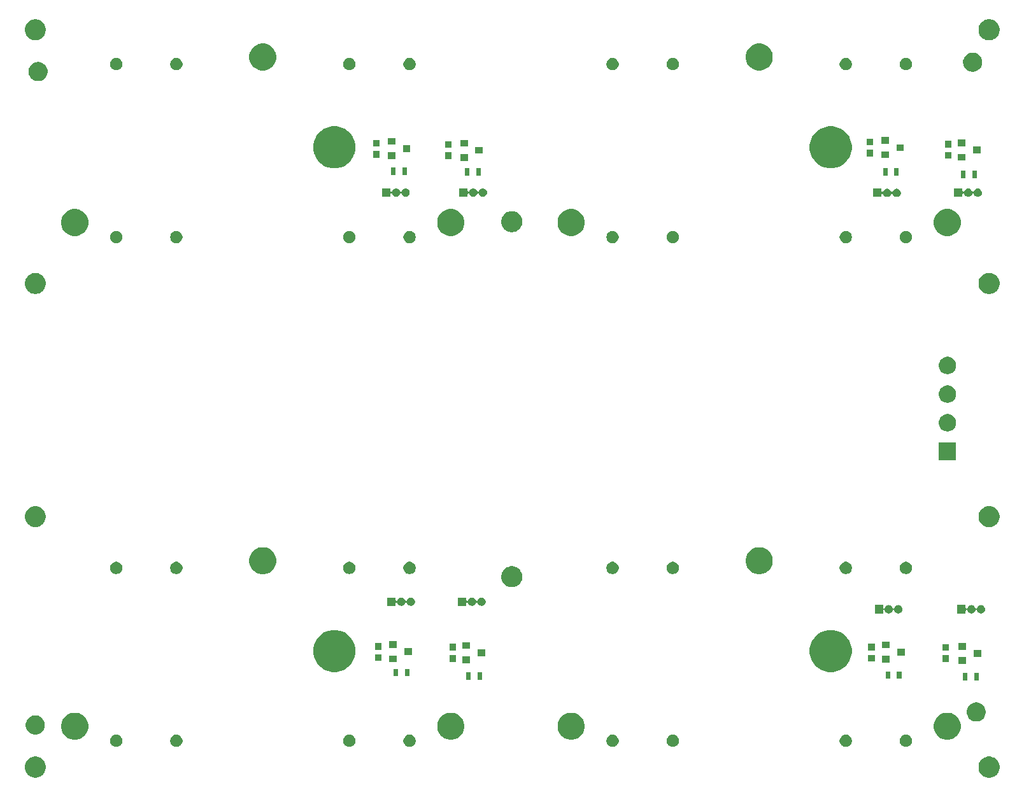
<source format=gbr>
G04 #@! TF.GenerationSoftware,KiCad,Pcbnew,(5.1.2)-2*
G04 #@! TF.CreationDate,2019-10-17T08:09:51+02:00*
G04 #@! TF.ProjectId,StepperClock,53746570-7065-4724-936c-6f636b2e6b69,rev?*
G04 #@! TF.SameCoordinates,Original*
G04 #@! TF.FileFunction,Soldermask,Bot*
G04 #@! TF.FilePolarity,Negative*
%FSLAX46Y46*%
G04 Gerber Fmt 4.6, Leading zero omitted, Abs format (unit mm)*
G04 Created by KiCad (PCBNEW (5.1.2)-2) date 2019-10-17 08:09:51*
%MOMM*%
%LPD*%
G04 APERTURE LIST*
%ADD10C,0.100000*%
G04 APERTURE END LIST*
D10*
G36*
X202704233Y-142215633D02*
G01*
X202794457Y-142233579D01*
X202900067Y-142277325D01*
X203049421Y-142339189D01*
X203049422Y-142339190D01*
X203278886Y-142492512D01*
X203474028Y-142687654D01*
X203576475Y-142840977D01*
X203627351Y-142917119D01*
X203732961Y-143172084D01*
X203786800Y-143442752D01*
X203786800Y-143718728D01*
X203732961Y-143989396D01*
X203627351Y-144244361D01*
X203627350Y-144244362D01*
X203474028Y-144473826D01*
X203278886Y-144668968D01*
X203125563Y-144771415D01*
X203049421Y-144822291D01*
X202900067Y-144884155D01*
X202794457Y-144927901D01*
X202704233Y-144945847D01*
X202523788Y-144981740D01*
X202247812Y-144981740D01*
X202067367Y-144945847D01*
X201977143Y-144927901D01*
X201871533Y-144884155D01*
X201722179Y-144822291D01*
X201646037Y-144771415D01*
X201492714Y-144668968D01*
X201297572Y-144473826D01*
X201144250Y-144244362D01*
X201144249Y-144244361D01*
X201038639Y-143989396D01*
X200984800Y-143718728D01*
X200984800Y-143442752D01*
X201038639Y-143172084D01*
X201144249Y-142917119D01*
X201195125Y-142840977D01*
X201297572Y-142687654D01*
X201492714Y-142492512D01*
X201722178Y-142339190D01*
X201722179Y-142339189D01*
X201871533Y-142277325D01*
X201977143Y-142233579D01*
X202067367Y-142215633D01*
X202247812Y-142179740D01*
X202523788Y-142179740D01*
X202704233Y-142215633D01*
X202704233Y-142215633D01*
G37*
G36*
X75904233Y-142215633D02*
G01*
X75994457Y-142233579D01*
X76100067Y-142277325D01*
X76249421Y-142339189D01*
X76249422Y-142339190D01*
X76478886Y-142492512D01*
X76674028Y-142687654D01*
X76776475Y-142840977D01*
X76827351Y-142917119D01*
X76932961Y-143172084D01*
X76986800Y-143442752D01*
X76986800Y-143718728D01*
X76932961Y-143989396D01*
X76827351Y-144244361D01*
X76827350Y-144244362D01*
X76674028Y-144473826D01*
X76478886Y-144668968D01*
X76325563Y-144771415D01*
X76249421Y-144822291D01*
X76100067Y-144884155D01*
X75994457Y-144927901D01*
X75904233Y-144945847D01*
X75723788Y-144981740D01*
X75447812Y-144981740D01*
X75267367Y-144945847D01*
X75177143Y-144927901D01*
X75071533Y-144884155D01*
X74922179Y-144822291D01*
X74846037Y-144771415D01*
X74692714Y-144668968D01*
X74497572Y-144473826D01*
X74344250Y-144244362D01*
X74344249Y-144244361D01*
X74238639Y-143989396D01*
X74184800Y-143718728D01*
X74184800Y-143442752D01*
X74238639Y-143172084D01*
X74344249Y-142917119D01*
X74395125Y-142840977D01*
X74497572Y-142687654D01*
X74692714Y-142492512D01*
X74922178Y-142339190D01*
X74922179Y-142339189D01*
X75071533Y-142277325D01*
X75177143Y-142233579D01*
X75267367Y-142215633D01*
X75447812Y-142179740D01*
X75723788Y-142179740D01*
X75904233Y-142215633D01*
X75904233Y-142215633D01*
G37*
G36*
X191572942Y-139298982D02*
G01*
X191720901Y-139360269D01*
X191854055Y-139449239D01*
X191967301Y-139562485D01*
X192056271Y-139695639D01*
X192117558Y-139843598D01*
X192148800Y-140000665D01*
X192148800Y-140160815D01*
X192117558Y-140317882D01*
X192056271Y-140465841D01*
X191967301Y-140598995D01*
X191854055Y-140712241D01*
X191720901Y-140801211D01*
X191572942Y-140862498D01*
X191415875Y-140893740D01*
X191255725Y-140893740D01*
X191098658Y-140862498D01*
X190950699Y-140801211D01*
X190817545Y-140712241D01*
X190704299Y-140598995D01*
X190615329Y-140465841D01*
X190554042Y-140317882D01*
X190522800Y-140160815D01*
X190522800Y-140000665D01*
X190554042Y-139843598D01*
X190615329Y-139695639D01*
X190704299Y-139562485D01*
X190817545Y-139449239D01*
X190950699Y-139360269D01*
X191098658Y-139298982D01*
X191255725Y-139267740D01*
X191415875Y-139267740D01*
X191572942Y-139298982D01*
X191572942Y-139298982D01*
G37*
G36*
X152572942Y-139298982D02*
G01*
X152720901Y-139360269D01*
X152854055Y-139449239D01*
X152967301Y-139562485D01*
X153056271Y-139695639D01*
X153117558Y-139843598D01*
X153148800Y-140000665D01*
X153148800Y-140160815D01*
X153117558Y-140317882D01*
X153056271Y-140465841D01*
X152967301Y-140598995D01*
X152854055Y-140712241D01*
X152720901Y-140801211D01*
X152572942Y-140862498D01*
X152415875Y-140893740D01*
X152255725Y-140893740D01*
X152098658Y-140862498D01*
X151950699Y-140801211D01*
X151817545Y-140712241D01*
X151704299Y-140598995D01*
X151615329Y-140465841D01*
X151554042Y-140317882D01*
X151522800Y-140160815D01*
X151522800Y-140000665D01*
X151554042Y-139843598D01*
X151615329Y-139695639D01*
X151704299Y-139562485D01*
X151817545Y-139449239D01*
X151950699Y-139360269D01*
X152098658Y-139298982D01*
X152255725Y-139267740D01*
X152415875Y-139267740D01*
X152572942Y-139298982D01*
X152572942Y-139298982D01*
G37*
G36*
X86572942Y-139298982D02*
G01*
X86720901Y-139360269D01*
X86854055Y-139449239D01*
X86967301Y-139562485D01*
X87056271Y-139695639D01*
X87117558Y-139843598D01*
X87148800Y-140000665D01*
X87148800Y-140160815D01*
X87117558Y-140317882D01*
X87056271Y-140465841D01*
X86967301Y-140598995D01*
X86854055Y-140712241D01*
X86720901Y-140801211D01*
X86572942Y-140862498D01*
X86415875Y-140893740D01*
X86255725Y-140893740D01*
X86098658Y-140862498D01*
X85950699Y-140801211D01*
X85817545Y-140712241D01*
X85704299Y-140598995D01*
X85615329Y-140465841D01*
X85554042Y-140317882D01*
X85522800Y-140160815D01*
X85522800Y-140000665D01*
X85554042Y-139843598D01*
X85615329Y-139695639D01*
X85704299Y-139562485D01*
X85817545Y-139449239D01*
X85950699Y-139360269D01*
X86098658Y-139298982D01*
X86255725Y-139267740D01*
X86415875Y-139267740D01*
X86572942Y-139298982D01*
X86572942Y-139298982D01*
G37*
G36*
X94572942Y-139298982D02*
G01*
X94720901Y-139360269D01*
X94854055Y-139449239D01*
X94967301Y-139562485D01*
X95056271Y-139695639D01*
X95117558Y-139843598D01*
X95148800Y-140000665D01*
X95148800Y-140160815D01*
X95117558Y-140317882D01*
X95056271Y-140465841D01*
X94967301Y-140598995D01*
X94854055Y-140712241D01*
X94720901Y-140801211D01*
X94572942Y-140862498D01*
X94415875Y-140893740D01*
X94255725Y-140893740D01*
X94098658Y-140862498D01*
X93950699Y-140801211D01*
X93817545Y-140712241D01*
X93704299Y-140598995D01*
X93615329Y-140465841D01*
X93554042Y-140317882D01*
X93522800Y-140160815D01*
X93522800Y-140000665D01*
X93554042Y-139843598D01*
X93615329Y-139695639D01*
X93704299Y-139562485D01*
X93817545Y-139449239D01*
X93950699Y-139360269D01*
X94098658Y-139298982D01*
X94255725Y-139267740D01*
X94415875Y-139267740D01*
X94572942Y-139298982D01*
X94572942Y-139298982D01*
G37*
G36*
X117572942Y-139298982D02*
G01*
X117720901Y-139360269D01*
X117854055Y-139449239D01*
X117967301Y-139562485D01*
X118056271Y-139695639D01*
X118117558Y-139843598D01*
X118148800Y-140000665D01*
X118148800Y-140160815D01*
X118117558Y-140317882D01*
X118056271Y-140465841D01*
X117967301Y-140598995D01*
X117854055Y-140712241D01*
X117720901Y-140801211D01*
X117572942Y-140862498D01*
X117415875Y-140893740D01*
X117255725Y-140893740D01*
X117098658Y-140862498D01*
X116950699Y-140801211D01*
X116817545Y-140712241D01*
X116704299Y-140598995D01*
X116615329Y-140465841D01*
X116554042Y-140317882D01*
X116522800Y-140160815D01*
X116522800Y-140000665D01*
X116554042Y-139843598D01*
X116615329Y-139695639D01*
X116704299Y-139562485D01*
X116817545Y-139449239D01*
X116950699Y-139360269D01*
X117098658Y-139298982D01*
X117255725Y-139267740D01*
X117415875Y-139267740D01*
X117572942Y-139298982D01*
X117572942Y-139298982D01*
G37*
G36*
X183572942Y-139298982D02*
G01*
X183720901Y-139360269D01*
X183854055Y-139449239D01*
X183967301Y-139562485D01*
X184056271Y-139695639D01*
X184117558Y-139843598D01*
X184148800Y-140000665D01*
X184148800Y-140160815D01*
X184117558Y-140317882D01*
X184056271Y-140465841D01*
X183967301Y-140598995D01*
X183854055Y-140712241D01*
X183720901Y-140801211D01*
X183572942Y-140862498D01*
X183415875Y-140893740D01*
X183255725Y-140893740D01*
X183098658Y-140862498D01*
X182950699Y-140801211D01*
X182817545Y-140712241D01*
X182704299Y-140598995D01*
X182615329Y-140465841D01*
X182554042Y-140317882D01*
X182522800Y-140160815D01*
X182522800Y-140000665D01*
X182554042Y-139843598D01*
X182615329Y-139695639D01*
X182704299Y-139562485D01*
X182817545Y-139449239D01*
X182950699Y-139360269D01*
X183098658Y-139298982D01*
X183255725Y-139267740D01*
X183415875Y-139267740D01*
X183572942Y-139298982D01*
X183572942Y-139298982D01*
G37*
G36*
X125572942Y-139298982D02*
G01*
X125720901Y-139360269D01*
X125854055Y-139449239D01*
X125967301Y-139562485D01*
X126056271Y-139695639D01*
X126117558Y-139843598D01*
X126148800Y-140000665D01*
X126148800Y-140160815D01*
X126117558Y-140317882D01*
X126056271Y-140465841D01*
X125967301Y-140598995D01*
X125854055Y-140712241D01*
X125720901Y-140801211D01*
X125572942Y-140862498D01*
X125415875Y-140893740D01*
X125255725Y-140893740D01*
X125098658Y-140862498D01*
X124950699Y-140801211D01*
X124817545Y-140712241D01*
X124704299Y-140598995D01*
X124615329Y-140465841D01*
X124554042Y-140317882D01*
X124522800Y-140160815D01*
X124522800Y-140000665D01*
X124554042Y-139843598D01*
X124615329Y-139695639D01*
X124704299Y-139562485D01*
X124817545Y-139449239D01*
X124950699Y-139360269D01*
X125098658Y-139298982D01*
X125255725Y-139267740D01*
X125415875Y-139267740D01*
X125572942Y-139298982D01*
X125572942Y-139298982D01*
G37*
G36*
X160572942Y-139298982D02*
G01*
X160720901Y-139360269D01*
X160854055Y-139449239D01*
X160967301Y-139562485D01*
X161056271Y-139695639D01*
X161117558Y-139843598D01*
X161148800Y-140000665D01*
X161148800Y-140160815D01*
X161117558Y-140317882D01*
X161056271Y-140465841D01*
X160967301Y-140598995D01*
X160854055Y-140712241D01*
X160720901Y-140801211D01*
X160572942Y-140862498D01*
X160415875Y-140893740D01*
X160255725Y-140893740D01*
X160098658Y-140862498D01*
X159950699Y-140801211D01*
X159817545Y-140712241D01*
X159704299Y-140598995D01*
X159615329Y-140465841D01*
X159554042Y-140317882D01*
X159522800Y-140160815D01*
X159522800Y-140000665D01*
X159554042Y-139843598D01*
X159615329Y-139695639D01*
X159704299Y-139562485D01*
X159817545Y-139449239D01*
X159950699Y-139360269D01*
X160098658Y-139298982D01*
X160255725Y-139267740D01*
X160415875Y-139267740D01*
X160572942Y-139298982D01*
X160572942Y-139298982D01*
G37*
G36*
X147351131Y-136408951D02*
G01*
X147678892Y-136544714D01*
X147973870Y-136741812D01*
X148224728Y-136992670D01*
X148421826Y-137287648D01*
X148557589Y-137615409D01*
X148626800Y-137963356D01*
X148626800Y-138318124D01*
X148557589Y-138666071D01*
X148421826Y-138993832D01*
X148224728Y-139288810D01*
X147973870Y-139539668D01*
X147678892Y-139736766D01*
X147351131Y-139872529D01*
X147003184Y-139941740D01*
X146648416Y-139941740D01*
X146300469Y-139872529D01*
X145972708Y-139736766D01*
X145677730Y-139539668D01*
X145426872Y-139288810D01*
X145229774Y-138993832D01*
X145094011Y-138666071D01*
X145024800Y-138318124D01*
X145024800Y-137963356D01*
X145094011Y-137615409D01*
X145229774Y-137287648D01*
X145426872Y-136992670D01*
X145677730Y-136741812D01*
X145972708Y-136544714D01*
X146300469Y-136408951D01*
X146648416Y-136339740D01*
X147003184Y-136339740D01*
X147351131Y-136408951D01*
X147351131Y-136408951D01*
G37*
G36*
X197351131Y-136408951D02*
G01*
X197678892Y-136544714D01*
X197973870Y-136741812D01*
X198224728Y-136992670D01*
X198421826Y-137287648D01*
X198557589Y-137615409D01*
X198626800Y-137963356D01*
X198626800Y-138318124D01*
X198557589Y-138666071D01*
X198421826Y-138993832D01*
X198224728Y-139288810D01*
X197973870Y-139539668D01*
X197678892Y-139736766D01*
X197351131Y-139872529D01*
X197003184Y-139941740D01*
X196648416Y-139941740D01*
X196300469Y-139872529D01*
X195972708Y-139736766D01*
X195677730Y-139539668D01*
X195426872Y-139288810D01*
X195229774Y-138993832D01*
X195094011Y-138666071D01*
X195024800Y-138318124D01*
X195024800Y-137963356D01*
X195094011Y-137615409D01*
X195229774Y-137287648D01*
X195426872Y-136992670D01*
X195677730Y-136741812D01*
X195972708Y-136544714D01*
X196300469Y-136408951D01*
X196648416Y-136339740D01*
X197003184Y-136339740D01*
X197351131Y-136408951D01*
X197351131Y-136408951D01*
G37*
G36*
X131351131Y-136408951D02*
G01*
X131678892Y-136544714D01*
X131973870Y-136741812D01*
X132224728Y-136992670D01*
X132421826Y-137287648D01*
X132557589Y-137615409D01*
X132626800Y-137963356D01*
X132626800Y-138318124D01*
X132557589Y-138666071D01*
X132421826Y-138993832D01*
X132224728Y-139288810D01*
X131973870Y-139539668D01*
X131678892Y-139736766D01*
X131351131Y-139872529D01*
X131003184Y-139941740D01*
X130648416Y-139941740D01*
X130300469Y-139872529D01*
X129972708Y-139736766D01*
X129677730Y-139539668D01*
X129426872Y-139288810D01*
X129229774Y-138993832D01*
X129094011Y-138666071D01*
X129024800Y-138318124D01*
X129024800Y-137963356D01*
X129094011Y-137615409D01*
X129229774Y-137287648D01*
X129426872Y-136992670D01*
X129677730Y-136741812D01*
X129972708Y-136544714D01*
X130300469Y-136408951D01*
X130648416Y-136339740D01*
X131003184Y-136339740D01*
X131351131Y-136408951D01*
X131351131Y-136408951D01*
G37*
G36*
X81351131Y-136408951D02*
G01*
X81678892Y-136544714D01*
X81973870Y-136741812D01*
X82224728Y-136992670D01*
X82421826Y-137287648D01*
X82557589Y-137615409D01*
X82626800Y-137963356D01*
X82626800Y-138318124D01*
X82557589Y-138666071D01*
X82421826Y-138993832D01*
X82224728Y-139288810D01*
X81973870Y-139539668D01*
X81678892Y-139736766D01*
X81351131Y-139872529D01*
X81003184Y-139941740D01*
X80648416Y-139941740D01*
X80300469Y-139872529D01*
X79972708Y-139736766D01*
X79677730Y-139539668D01*
X79426872Y-139288810D01*
X79229774Y-138993832D01*
X79094011Y-138666071D01*
X79024800Y-138318124D01*
X79024800Y-137963356D01*
X79094011Y-137615409D01*
X79229774Y-137287648D01*
X79426872Y-136992670D01*
X79677730Y-136741812D01*
X79972708Y-136544714D01*
X80300469Y-136408951D01*
X80648416Y-136339740D01*
X81003184Y-136339740D01*
X81351131Y-136408951D01*
X81351131Y-136408951D01*
G37*
G36*
X75833564Y-136735142D02*
G01*
X75956245Y-136759545D01*
X76187371Y-136855281D01*
X76292079Y-136925245D01*
X76395377Y-136994266D01*
X76572274Y-137171163D01*
X76603044Y-137217214D01*
X76711259Y-137379169D01*
X76761616Y-137500740D01*
X76806995Y-137610296D01*
X76855800Y-137855655D01*
X76855800Y-138105825D01*
X76806995Y-138351184D01*
X76711260Y-138582309D01*
X76572274Y-138790317D01*
X76395377Y-138967214D01*
X76292079Y-139036235D01*
X76187371Y-139106199D01*
X75956245Y-139201935D01*
X75833564Y-139226338D01*
X75710885Y-139250740D01*
X75460715Y-139250740D01*
X75338036Y-139226338D01*
X75215355Y-139201935D01*
X74984229Y-139106199D01*
X74879521Y-139036235D01*
X74776223Y-138967214D01*
X74599326Y-138790317D01*
X74460340Y-138582309D01*
X74364605Y-138351184D01*
X74315800Y-138105825D01*
X74315800Y-137855655D01*
X74364605Y-137610296D01*
X74409985Y-137500740D01*
X74460341Y-137379169D01*
X74568556Y-137217214D01*
X74599326Y-137171163D01*
X74776223Y-136994266D01*
X74879521Y-136925245D01*
X74984229Y-136855281D01*
X75215355Y-136759545D01*
X75338036Y-136735142D01*
X75460715Y-136710740D01*
X75710885Y-136710740D01*
X75833564Y-136735142D01*
X75833564Y-136735142D01*
G37*
G36*
X200933564Y-134985142D02*
G01*
X201056245Y-135009545D01*
X201287371Y-135105281D01*
X201392079Y-135175245D01*
X201495377Y-135244266D01*
X201672274Y-135421163D01*
X201811260Y-135629171D01*
X201906995Y-135860296D01*
X201955800Y-136105655D01*
X201955800Y-136355825D01*
X201945232Y-136408952D01*
X201906995Y-136601185D01*
X201811259Y-136832311D01*
X201795911Y-136855281D01*
X201703044Y-136994267D01*
X201672273Y-137040318D01*
X201495378Y-137217213D01*
X201287371Y-137356199D01*
X201056245Y-137451935D01*
X200933564Y-137476338D01*
X200810885Y-137500740D01*
X200560715Y-137500740D01*
X200438036Y-137476338D01*
X200315355Y-137451935D01*
X200084229Y-137356199D01*
X199876222Y-137217213D01*
X199699327Y-137040318D01*
X199668557Y-136994267D01*
X199575689Y-136855281D01*
X199560341Y-136832311D01*
X199464605Y-136601185D01*
X199426368Y-136408952D01*
X199415800Y-136355825D01*
X199415800Y-136105655D01*
X199464605Y-135860296D01*
X199560340Y-135629171D01*
X199699326Y-135421163D01*
X199876223Y-135244266D01*
X199979521Y-135175245D01*
X200084229Y-135105281D01*
X200315355Y-135009545D01*
X200438036Y-134985142D01*
X200560715Y-134960740D01*
X200810885Y-134960740D01*
X200933564Y-134985142D01*
X200933564Y-134985142D01*
G37*
G36*
X199516360Y-132081740D02*
G01*
X198914360Y-132081740D01*
X198914360Y-131079740D01*
X199516360Y-131079740D01*
X199516360Y-132081740D01*
X199516360Y-132081740D01*
G37*
G36*
X201016360Y-132081740D02*
G01*
X200414360Y-132081740D01*
X200414360Y-131079740D01*
X201016360Y-131079740D01*
X201016360Y-132081740D01*
X201016360Y-132081740D01*
G37*
G36*
X134961280Y-131987160D02*
G01*
X134359280Y-131987160D01*
X134359280Y-130985160D01*
X134961280Y-130985160D01*
X134961280Y-131987160D01*
X134961280Y-131987160D01*
G37*
G36*
X133461280Y-131987160D02*
G01*
X132859280Y-131987160D01*
X132859280Y-130985160D01*
X133461280Y-130985160D01*
X133461280Y-131987160D01*
X133461280Y-131987160D01*
G37*
G36*
X190745260Y-131839280D02*
G01*
X190143260Y-131839280D01*
X190143260Y-130837280D01*
X190745260Y-130837280D01*
X190745260Y-131839280D01*
X190745260Y-131839280D01*
G37*
G36*
X189245260Y-131839280D02*
G01*
X188643260Y-131839280D01*
X188643260Y-130837280D01*
X189245260Y-130837280D01*
X189245260Y-131839280D01*
X189245260Y-131839280D01*
G37*
G36*
X125308580Y-131510300D02*
G01*
X124706580Y-131510300D01*
X124706580Y-130508300D01*
X125308580Y-130508300D01*
X125308580Y-131510300D01*
X125308580Y-131510300D01*
G37*
G36*
X123808580Y-131510300D02*
G01*
X123206580Y-131510300D01*
X123206580Y-130508300D01*
X123808580Y-130508300D01*
X123808580Y-131510300D01*
X123808580Y-131510300D01*
G37*
G36*
X182152821Y-125447380D02*
G01*
X182662569Y-125658525D01*
X182662571Y-125658526D01*
X183121334Y-125965061D01*
X183511479Y-126355206D01*
X183818014Y-126813969D01*
X183818015Y-126813971D01*
X184029160Y-127323719D01*
X184136800Y-127864864D01*
X184136800Y-128416616D01*
X184029160Y-128957761D01*
X183818015Y-129467509D01*
X183818014Y-129467511D01*
X183511479Y-129926274D01*
X183121334Y-130316419D01*
X182662571Y-130622954D01*
X182662570Y-130622955D01*
X182662569Y-130622955D01*
X182152821Y-130834100D01*
X181611676Y-130941740D01*
X181059924Y-130941740D01*
X180518779Y-130834100D01*
X180009031Y-130622955D01*
X180009030Y-130622955D01*
X180009029Y-130622954D01*
X179550266Y-130316419D01*
X179160121Y-129926274D01*
X178853586Y-129467511D01*
X178853585Y-129467509D01*
X178642440Y-128957761D01*
X178534800Y-128416616D01*
X178534800Y-127864864D01*
X178642440Y-127323719D01*
X178853585Y-126813971D01*
X178853586Y-126813969D01*
X179160121Y-126355206D01*
X179550266Y-125965061D01*
X180009029Y-125658526D01*
X180009031Y-125658525D01*
X180518779Y-125447380D01*
X181059924Y-125339740D01*
X181611676Y-125339740D01*
X182152821Y-125447380D01*
X182152821Y-125447380D01*
G37*
G36*
X116152821Y-125447380D02*
G01*
X116662569Y-125658525D01*
X116662571Y-125658526D01*
X117121334Y-125965061D01*
X117511479Y-126355206D01*
X117818014Y-126813969D01*
X117818015Y-126813971D01*
X118029160Y-127323719D01*
X118136800Y-127864864D01*
X118136800Y-128416616D01*
X118029160Y-128957761D01*
X117818015Y-129467509D01*
X117818014Y-129467511D01*
X117511479Y-129926274D01*
X117121334Y-130316419D01*
X116662571Y-130622954D01*
X116662570Y-130622955D01*
X116662569Y-130622955D01*
X116152821Y-130834100D01*
X115611676Y-130941740D01*
X115059924Y-130941740D01*
X114518779Y-130834100D01*
X114009031Y-130622955D01*
X114009030Y-130622955D01*
X114009029Y-130622954D01*
X113550266Y-130316419D01*
X113160121Y-129926274D01*
X112853586Y-129467511D01*
X112853585Y-129467509D01*
X112642440Y-128957761D01*
X112534800Y-128416616D01*
X112534800Y-127864864D01*
X112642440Y-127323719D01*
X112853585Y-126813971D01*
X112853586Y-126813969D01*
X113160121Y-126355206D01*
X113550266Y-125965061D01*
X114009029Y-125658526D01*
X114009031Y-125658525D01*
X114518779Y-125447380D01*
X115059924Y-125339740D01*
X115611676Y-125339740D01*
X116152821Y-125447380D01*
X116152821Y-125447380D01*
G37*
G36*
X199321580Y-129863340D02*
G01*
X198319580Y-129863340D01*
X198319580Y-128961340D01*
X199321580Y-128961340D01*
X199321580Y-129863340D01*
X199321580Y-129863340D01*
G37*
G36*
X133401120Y-129762960D02*
G01*
X132399120Y-129762960D01*
X132399120Y-128860960D01*
X133401120Y-128860960D01*
X133401120Y-129762960D01*
X133401120Y-129762960D01*
G37*
G36*
X189192720Y-129673500D02*
G01*
X188190720Y-129673500D01*
X188190720Y-128771500D01*
X189192720Y-128771500D01*
X189192720Y-129673500D01*
X189192720Y-129673500D01*
G37*
G36*
X123641740Y-129626460D02*
G01*
X122639740Y-129626460D01*
X122639740Y-128724460D01*
X123641740Y-128724460D01*
X123641740Y-129626460D01*
X123641740Y-129626460D01*
G37*
G36*
X197018240Y-129615080D02*
G01*
X196166240Y-129615080D01*
X196166240Y-128713080D01*
X197018240Y-128713080D01*
X197018240Y-129615080D01*
X197018240Y-129615080D01*
G37*
G36*
X131521960Y-129585820D02*
G01*
X130669960Y-129585820D01*
X130669960Y-128683820D01*
X131521960Y-128683820D01*
X131521960Y-129585820D01*
X131521960Y-129585820D01*
G37*
G36*
X187184020Y-129559860D02*
G01*
X186332020Y-129559860D01*
X186332020Y-128657860D01*
X187184020Y-128657860D01*
X187184020Y-129559860D01*
X187184020Y-129559860D01*
G37*
G36*
X121584780Y-129477260D02*
G01*
X120732780Y-129477260D01*
X120732780Y-128575260D01*
X121584780Y-128575260D01*
X121584780Y-129477260D01*
X121584780Y-129477260D01*
G37*
G36*
X201321580Y-128913340D02*
G01*
X200319580Y-128913340D01*
X200319580Y-128011340D01*
X201321580Y-128011340D01*
X201321580Y-128913340D01*
X201321580Y-128913340D01*
G37*
G36*
X135401120Y-128812960D02*
G01*
X134399120Y-128812960D01*
X134399120Y-127910960D01*
X135401120Y-127910960D01*
X135401120Y-128812960D01*
X135401120Y-128812960D01*
G37*
G36*
X191192720Y-128723500D02*
G01*
X190190720Y-128723500D01*
X190190720Y-127821500D01*
X191192720Y-127821500D01*
X191192720Y-128723500D01*
X191192720Y-128723500D01*
G37*
G36*
X125641740Y-128676460D02*
G01*
X124639740Y-128676460D01*
X124639740Y-127774460D01*
X125641740Y-127774460D01*
X125641740Y-128676460D01*
X125641740Y-128676460D01*
G37*
G36*
X197018240Y-128115080D02*
G01*
X196166240Y-128115080D01*
X196166240Y-127213080D01*
X197018240Y-127213080D01*
X197018240Y-128115080D01*
X197018240Y-128115080D01*
G37*
G36*
X131521960Y-128085820D02*
G01*
X130669960Y-128085820D01*
X130669960Y-127183820D01*
X131521960Y-127183820D01*
X131521960Y-128085820D01*
X131521960Y-128085820D01*
G37*
G36*
X187184020Y-128059860D02*
G01*
X186332020Y-128059860D01*
X186332020Y-127157860D01*
X187184020Y-127157860D01*
X187184020Y-128059860D01*
X187184020Y-128059860D01*
G37*
G36*
X121584780Y-127977260D02*
G01*
X120732780Y-127977260D01*
X120732780Y-127075260D01*
X121584780Y-127075260D01*
X121584780Y-127977260D01*
X121584780Y-127977260D01*
G37*
G36*
X199321580Y-127963340D02*
G01*
X198319580Y-127963340D01*
X198319580Y-127061340D01*
X199321580Y-127061340D01*
X199321580Y-127963340D01*
X199321580Y-127963340D01*
G37*
G36*
X133401120Y-127862960D02*
G01*
X132399120Y-127862960D01*
X132399120Y-126960960D01*
X133401120Y-126960960D01*
X133401120Y-127862960D01*
X133401120Y-127862960D01*
G37*
G36*
X189192720Y-127773500D02*
G01*
X188190720Y-127773500D01*
X188190720Y-126871500D01*
X189192720Y-126871500D01*
X189192720Y-127773500D01*
X189192720Y-127773500D01*
G37*
G36*
X123641740Y-127726460D02*
G01*
X122639740Y-127726460D01*
X122639740Y-126824460D01*
X123641740Y-126824460D01*
X123641740Y-127726460D01*
X123641740Y-127726460D01*
G37*
G36*
X199286800Y-122344882D02*
G01*
X199289202Y-122369268D01*
X199296315Y-122392717D01*
X199307866Y-122414328D01*
X199323411Y-122433270D01*
X199342353Y-122448815D01*
X199363964Y-122460366D01*
X199387413Y-122467479D01*
X199411799Y-122469881D01*
X199436185Y-122467479D01*
X199459634Y-122460366D01*
X199481245Y-122448815D01*
X199500187Y-122433270D01*
X199515732Y-122414328D01*
X199527283Y-122392717D01*
X199557509Y-122319745D01*
X199617809Y-122229500D01*
X199617810Y-122229498D01*
X199694558Y-122152750D01*
X199784804Y-122092450D01*
X199784805Y-122092449D01*
X199885079Y-122050914D01*
X199991530Y-122029740D01*
X200100070Y-122029740D01*
X200206521Y-122050914D01*
X200306795Y-122092449D01*
X200306796Y-122092450D01*
X200397042Y-122152750D01*
X200473790Y-122229498D01*
X200473791Y-122229500D01*
X200534091Y-122319745D01*
X200565316Y-122395129D01*
X200576867Y-122416740D01*
X200592412Y-122435681D01*
X200611354Y-122451227D01*
X200632965Y-122462778D01*
X200656414Y-122469891D01*
X200680800Y-122472293D01*
X200705186Y-122469891D01*
X200728635Y-122462778D01*
X200750246Y-122451227D01*
X200769187Y-122435682D01*
X200784733Y-122416740D01*
X200796284Y-122395129D01*
X200827509Y-122319745D01*
X200887809Y-122229500D01*
X200887810Y-122229498D01*
X200964558Y-122152750D01*
X201054804Y-122092450D01*
X201054805Y-122092449D01*
X201155079Y-122050914D01*
X201261530Y-122029740D01*
X201370070Y-122029740D01*
X201476521Y-122050914D01*
X201576795Y-122092449D01*
X201576796Y-122092450D01*
X201667042Y-122152750D01*
X201743790Y-122229498D01*
X201743791Y-122229500D01*
X201804091Y-122319745D01*
X201845626Y-122420019D01*
X201866800Y-122526470D01*
X201866800Y-122635010D01*
X201845626Y-122741461D01*
X201804091Y-122841735D01*
X201804090Y-122841736D01*
X201743790Y-122931982D01*
X201667042Y-123008730D01*
X201621612Y-123039085D01*
X201576795Y-123069031D01*
X201476521Y-123110566D01*
X201370070Y-123131740D01*
X201261530Y-123131740D01*
X201155079Y-123110566D01*
X201054805Y-123069031D01*
X201009988Y-123039085D01*
X200964558Y-123008730D01*
X200887810Y-122931982D01*
X200827510Y-122841736D01*
X200827509Y-122841735D01*
X200796284Y-122766351D01*
X200784733Y-122744740D01*
X200769188Y-122725799D01*
X200750246Y-122710253D01*
X200728635Y-122698702D01*
X200705186Y-122691589D01*
X200680800Y-122689187D01*
X200656414Y-122691589D01*
X200632965Y-122698702D01*
X200611354Y-122710253D01*
X200592413Y-122725798D01*
X200576867Y-122744740D01*
X200565316Y-122766351D01*
X200534091Y-122841735D01*
X200534090Y-122841736D01*
X200473790Y-122931982D01*
X200397042Y-123008730D01*
X200351612Y-123039085D01*
X200306795Y-123069031D01*
X200206521Y-123110566D01*
X200100070Y-123131740D01*
X199991530Y-123131740D01*
X199885079Y-123110566D01*
X199784805Y-123069031D01*
X199739988Y-123039085D01*
X199694558Y-123008730D01*
X199617810Y-122931982D01*
X199557510Y-122841736D01*
X199557509Y-122841735D01*
X199527283Y-122768763D01*
X199515732Y-122747152D01*
X199500187Y-122728210D01*
X199481245Y-122712665D01*
X199459634Y-122701114D01*
X199436185Y-122694001D01*
X199411799Y-122691599D01*
X199387413Y-122694001D01*
X199363964Y-122701114D01*
X199342353Y-122712665D01*
X199323411Y-122728210D01*
X199307866Y-122747152D01*
X199296315Y-122768763D01*
X199289202Y-122792212D01*
X199286800Y-122816598D01*
X199286800Y-123131740D01*
X198184800Y-123131740D01*
X198184800Y-122029740D01*
X199286800Y-122029740D01*
X199286800Y-122344882D01*
X199286800Y-122344882D01*
G37*
G36*
X188286800Y-122344882D02*
G01*
X188289202Y-122369268D01*
X188296315Y-122392717D01*
X188307866Y-122414328D01*
X188323411Y-122433270D01*
X188342353Y-122448815D01*
X188363964Y-122460366D01*
X188387413Y-122467479D01*
X188411799Y-122469881D01*
X188436185Y-122467479D01*
X188459634Y-122460366D01*
X188481245Y-122448815D01*
X188500187Y-122433270D01*
X188515732Y-122414328D01*
X188527283Y-122392717D01*
X188557509Y-122319745D01*
X188617809Y-122229500D01*
X188617810Y-122229498D01*
X188694558Y-122152750D01*
X188784804Y-122092450D01*
X188784805Y-122092449D01*
X188885079Y-122050914D01*
X188991530Y-122029740D01*
X189100070Y-122029740D01*
X189206521Y-122050914D01*
X189306795Y-122092449D01*
X189306796Y-122092450D01*
X189397042Y-122152750D01*
X189473790Y-122229498D01*
X189473791Y-122229500D01*
X189534091Y-122319745D01*
X189565316Y-122395129D01*
X189576867Y-122416740D01*
X189592412Y-122435681D01*
X189611354Y-122451227D01*
X189632965Y-122462778D01*
X189656414Y-122469891D01*
X189680800Y-122472293D01*
X189705186Y-122469891D01*
X189728635Y-122462778D01*
X189750246Y-122451227D01*
X189769187Y-122435682D01*
X189784733Y-122416740D01*
X189796284Y-122395129D01*
X189827509Y-122319745D01*
X189887809Y-122229500D01*
X189887810Y-122229498D01*
X189964558Y-122152750D01*
X190054804Y-122092450D01*
X190054805Y-122092449D01*
X190155079Y-122050914D01*
X190261530Y-122029740D01*
X190370070Y-122029740D01*
X190476521Y-122050914D01*
X190576795Y-122092449D01*
X190576796Y-122092450D01*
X190667042Y-122152750D01*
X190743790Y-122229498D01*
X190743791Y-122229500D01*
X190804091Y-122319745D01*
X190845626Y-122420019D01*
X190866800Y-122526470D01*
X190866800Y-122635010D01*
X190845626Y-122741461D01*
X190804091Y-122841735D01*
X190804090Y-122841736D01*
X190743790Y-122931982D01*
X190667042Y-123008730D01*
X190621612Y-123039085D01*
X190576795Y-123069031D01*
X190476521Y-123110566D01*
X190370070Y-123131740D01*
X190261530Y-123131740D01*
X190155079Y-123110566D01*
X190054805Y-123069031D01*
X190009988Y-123039085D01*
X189964558Y-123008730D01*
X189887810Y-122931982D01*
X189827510Y-122841736D01*
X189827509Y-122841735D01*
X189796284Y-122766351D01*
X189784733Y-122744740D01*
X189769188Y-122725799D01*
X189750246Y-122710253D01*
X189728635Y-122698702D01*
X189705186Y-122691589D01*
X189680800Y-122689187D01*
X189656414Y-122691589D01*
X189632965Y-122698702D01*
X189611354Y-122710253D01*
X189592413Y-122725798D01*
X189576867Y-122744740D01*
X189565316Y-122766351D01*
X189534091Y-122841735D01*
X189534090Y-122841736D01*
X189473790Y-122931982D01*
X189397042Y-123008730D01*
X189351612Y-123039085D01*
X189306795Y-123069031D01*
X189206521Y-123110566D01*
X189100070Y-123131740D01*
X188991530Y-123131740D01*
X188885079Y-123110566D01*
X188784805Y-123069031D01*
X188739988Y-123039085D01*
X188694558Y-123008730D01*
X188617810Y-122931982D01*
X188557510Y-122841736D01*
X188557509Y-122841735D01*
X188527283Y-122768763D01*
X188515732Y-122747152D01*
X188500187Y-122728210D01*
X188481245Y-122712665D01*
X188459634Y-122701114D01*
X188436185Y-122694001D01*
X188411799Y-122691599D01*
X188387413Y-122694001D01*
X188363964Y-122701114D01*
X188342353Y-122712665D01*
X188323411Y-122728210D01*
X188307866Y-122747152D01*
X188296315Y-122768763D01*
X188289202Y-122792212D01*
X188286800Y-122816598D01*
X188286800Y-123131740D01*
X187184800Y-123131740D01*
X187184800Y-122029740D01*
X188286800Y-122029740D01*
X188286800Y-122344882D01*
X188286800Y-122344882D01*
G37*
G36*
X132886800Y-121344882D02*
G01*
X132889202Y-121369268D01*
X132896315Y-121392717D01*
X132907866Y-121414328D01*
X132923411Y-121433270D01*
X132942353Y-121448815D01*
X132963964Y-121460366D01*
X132987413Y-121467479D01*
X133011799Y-121469881D01*
X133036185Y-121467479D01*
X133059634Y-121460366D01*
X133081245Y-121448815D01*
X133100187Y-121433270D01*
X133115732Y-121414328D01*
X133127283Y-121392717D01*
X133157509Y-121319745D01*
X133217809Y-121229500D01*
X133217810Y-121229498D01*
X133294558Y-121152750D01*
X133384804Y-121092450D01*
X133384805Y-121092449D01*
X133485079Y-121050914D01*
X133591530Y-121029740D01*
X133700070Y-121029740D01*
X133806521Y-121050914D01*
X133906795Y-121092449D01*
X133906796Y-121092450D01*
X133997042Y-121152750D01*
X134073790Y-121229498D01*
X134073791Y-121229500D01*
X134134091Y-121319745D01*
X134165316Y-121395129D01*
X134176867Y-121416740D01*
X134192412Y-121435681D01*
X134211354Y-121451227D01*
X134232965Y-121462778D01*
X134256414Y-121469891D01*
X134280800Y-121472293D01*
X134305186Y-121469891D01*
X134328635Y-121462778D01*
X134350246Y-121451227D01*
X134369187Y-121435682D01*
X134384733Y-121416740D01*
X134396284Y-121395129D01*
X134427509Y-121319745D01*
X134487809Y-121229500D01*
X134487810Y-121229498D01*
X134564558Y-121152750D01*
X134654804Y-121092450D01*
X134654805Y-121092449D01*
X134755079Y-121050914D01*
X134861530Y-121029740D01*
X134970070Y-121029740D01*
X135076521Y-121050914D01*
X135176795Y-121092449D01*
X135176796Y-121092450D01*
X135267042Y-121152750D01*
X135343790Y-121229498D01*
X135343791Y-121229500D01*
X135404091Y-121319745D01*
X135445626Y-121420019D01*
X135466800Y-121526470D01*
X135466800Y-121635010D01*
X135445626Y-121741461D01*
X135404091Y-121841735D01*
X135404090Y-121841736D01*
X135343790Y-121931982D01*
X135267042Y-122008730D01*
X135235598Y-122029740D01*
X135176795Y-122069031D01*
X135076521Y-122110566D01*
X134970070Y-122131740D01*
X134861530Y-122131740D01*
X134755079Y-122110566D01*
X134654805Y-122069031D01*
X134596002Y-122029740D01*
X134564558Y-122008730D01*
X134487810Y-121931982D01*
X134427510Y-121841736D01*
X134427509Y-121841735D01*
X134396284Y-121766351D01*
X134384733Y-121744740D01*
X134369188Y-121725799D01*
X134350246Y-121710253D01*
X134328635Y-121698702D01*
X134305186Y-121691589D01*
X134280800Y-121689187D01*
X134256414Y-121691589D01*
X134232965Y-121698702D01*
X134211354Y-121710253D01*
X134192413Y-121725798D01*
X134176867Y-121744740D01*
X134165316Y-121766351D01*
X134134091Y-121841735D01*
X134134090Y-121841736D01*
X134073790Y-121931982D01*
X133997042Y-122008730D01*
X133965598Y-122029740D01*
X133906795Y-122069031D01*
X133806521Y-122110566D01*
X133700070Y-122131740D01*
X133591530Y-122131740D01*
X133485079Y-122110566D01*
X133384805Y-122069031D01*
X133326002Y-122029740D01*
X133294558Y-122008730D01*
X133217810Y-121931982D01*
X133157510Y-121841736D01*
X133157509Y-121841735D01*
X133127283Y-121768763D01*
X133115732Y-121747152D01*
X133100187Y-121728210D01*
X133081245Y-121712665D01*
X133059634Y-121701114D01*
X133036185Y-121694001D01*
X133011799Y-121691599D01*
X132987413Y-121694001D01*
X132963964Y-121701114D01*
X132942353Y-121712665D01*
X132923411Y-121728210D01*
X132907866Y-121747152D01*
X132896315Y-121768763D01*
X132889202Y-121792212D01*
X132886800Y-121816598D01*
X132886800Y-122131740D01*
X131784800Y-122131740D01*
X131784800Y-121029740D01*
X132886800Y-121029740D01*
X132886800Y-121344882D01*
X132886800Y-121344882D01*
G37*
G36*
X123486800Y-121344882D02*
G01*
X123489202Y-121369268D01*
X123496315Y-121392717D01*
X123507866Y-121414328D01*
X123523411Y-121433270D01*
X123542353Y-121448815D01*
X123563964Y-121460366D01*
X123587413Y-121467479D01*
X123611799Y-121469881D01*
X123636185Y-121467479D01*
X123659634Y-121460366D01*
X123681245Y-121448815D01*
X123700187Y-121433270D01*
X123715732Y-121414328D01*
X123727283Y-121392717D01*
X123757509Y-121319745D01*
X123817809Y-121229500D01*
X123817810Y-121229498D01*
X123894558Y-121152750D01*
X123984804Y-121092450D01*
X123984805Y-121092449D01*
X124085079Y-121050914D01*
X124191530Y-121029740D01*
X124300070Y-121029740D01*
X124406521Y-121050914D01*
X124506795Y-121092449D01*
X124506796Y-121092450D01*
X124597042Y-121152750D01*
X124673790Y-121229498D01*
X124673791Y-121229500D01*
X124734091Y-121319745D01*
X124765316Y-121395129D01*
X124776867Y-121416740D01*
X124792412Y-121435681D01*
X124811354Y-121451227D01*
X124832965Y-121462778D01*
X124856414Y-121469891D01*
X124880800Y-121472293D01*
X124905186Y-121469891D01*
X124928635Y-121462778D01*
X124950246Y-121451227D01*
X124969187Y-121435682D01*
X124984733Y-121416740D01*
X124996284Y-121395129D01*
X125027509Y-121319745D01*
X125087809Y-121229500D01*
X125087810Y-121229498D01*
X125164558Y-121152750D01*
X125254804Y-121092450D01*
X125254805Y-121092449D01*
X125355079Y-121050914D01*
X125461530Y-121029740D01*
X125570070Y-121029740D01*
X125676521Y-121050914D01*
X125776795Y-121092449D01*
X125776796Y-121092450D01*
X125867042Y-121152750D01*
X125943790Y-121229498D01*
X125943791Y-121229500D01*
X126004091Y-121319745D01*
X126045626Y-121420019D01*
X126066800Y-121526470D01*
X126066800Y-121635010D01*
X126045626Y-121741461D01*
X126004091Y-121841735D01*
X126004090Y-121841736D01*
X125943790Y-121931982D01*
X125867042Y-122008730D01*
X125835598Y-122029740D01*
X125776795Y-122069031D01*
X125676521Y-122110566D01*
X125570070Y-122131740D01*
X125461530Y-122131740D01*
X125355079Y-122110566D01*
X125254805Y-122069031D01*
X125196002Y-122029740D01*
X125164558Y-122008730D01*
X125087810Y-121931982D01*
X125027510Y-121841736D01*
X125027509Y-121841735D01*
X124996284Y-121766351D01*
X124984733Y-121744740D01*
X124969188Y-121725799D01*
X124950246Y-121710253D01*
X124928635Y-121698702D01*
X124905186Y-121691589D01*
X124880800Y-121689187D01*
X124856414Y-121691589D01*
X124832965Y-121698702D01*
X124811354Y-121710253D01*
X124792413Y-121725798D01*
X124776867Y-121744740D01*
X124765316Y-121766351D01*
X124734091Y-121841735D01*
X124734090Y-121841736D01*
X124673790Y-121931982D01*
X124597042Y-122008730D01*
X124565598Y-122029740D01*
X124506795Y-122069031D01*
X124406521Y-122110566D01*
X124300070Y-122131740D01*
X124191530Y-122131740D01*
X124085079Y-122110566D01*
X123984805Y-122069031D01*
X123926002Y-122029740D01*
X123894558Y-122008730D01*
X123817810Y-121931982D01*
X123757510Y-121841736D01*
X123757509Y-121841735D01*
X123727283Y-121768763D01*
X123715732Y-121747152D01*
X123700187Y-121728210D01*
X123681245Y-121712665D01*
X123659634Y-121701114D01*
X123636185Y-121694001D01*
X123611799Y-121691599D01*
X123587413Y-121694001D01*
X123563964Y-121701114D01*
X123542353Y-121712665D01*
X123523411Y-121728210D01*
X123507866Y-121747152D01*
X123496315Y-121768763D01*
X123489202Y-121792212D01*
X123486800Y-121816598D01*
X123486800Y-122131740D01*
X122384800Y-122131740D01*
X122384800Y-121029740D01*
X123486800Y-121029740D01*
X123486800Y-121344882D01*
X123486800Y-121344882D01*
G37*
G36*
X139254233Y-116890633D02*
G01*
X139344457Y-116908579D01*
X139450067Y-116952325D01*
X139599421Y-117014189D01*
X139599422Y-117014190D01*
X139828886Y-117167512D01*
X140024028Y-117362654D01*
X140092974Y-117465840D01*
X140177351Y-117592119D01*
X140227106Y-117712239D01*
X140282961Y-117847083D01*
X140300907Y-117937307D01*
X140336800Y-118117752D01*
X140336800Y-118393728D01*
X140282961Y-118664396D01*
X140177351Y-118919361D01*
X140177350Y-118919362D01*
X140024028Y-119148826D01*
X139828886Y-119343968D01*
X139675563Y-119446415D01*
X139599421Y-119497291D01*
X139450067Y-119559155D01*
X139344457Y-119602901D01*
X139254233Y-119620847D01*
X139073788Y-119656740D01*
X138797812Y-119656740D01*
X138617367Y-119620847D01*
X138527143Y-119602901D01*
X138421533Y-119559155D01*
X138272179Y-119497291D01*
X138196037Y-119446415D01*
X138042714Y-119343968D01*
X137847572Y-119148826D01*
X137694250Y-118919362D01*
X137694249Y-118919361D01*
X137588639Y-118664396D01*
X137534800Y-118393728D01*
X137534800Y-118117752D01*
X137570693Y-117937307D01*
X137588639Y-117847083D01*
X137644494Y-117712239D01*
X137694249Y-117592119D01*
X137778626Y-117465840D01*
X137847572Y-117362654D01*
X138042714Y-117167512D01*
X138272178Y-117014190D01*
X138272179Y-117014189D01*
X138421533Y-116952325D01*
X138527143Y-116908579D01*
X138617367Y-116890633D01*
X138797812Y-116854740D01*
X139073788Y-116854740D01*
X139254233Y-116890633D01*
X139254233Y-116890633D01*
G37*
G36*
X106351131Y-114408951D02*
G01*
X106678892Y-114544714D01*
X106973870Y-114741812D01*
X107224728Y-114992670D01*
X107421826Y-115287648D01*
X107557589Y-115615409D01*
X107626800Y-115963356D01*
X107626800Y-116318124D01*
X107557589Y-116666071D01*
X107421826Y-116993832D01*
X107224728Y-117288810D01*
X106973870Y-117539668D01*
X106678892Y-117736766D01*
X106351131Y-117872529D01*
X106003184Y-117941740D01*
X105648416Y-117941740D01*
X105300469Y-117872529D01*
X104972708Y-117736766D01*
X104677730Y-117539668D01*
X104426872Y-117288810D01*
X104229774Y-116993832D01*
X104094011Y-116666071D01*
X104024800Y-116318124D01*
X104024800Y-115963356D01*
X104094011Y-115615409D01*
X104229774Y-115287648D01*
X104426872Y-114992670D01*
X104677730Y-114741812D01*
X104972708Y-114544714D01*
X105300469Y-114408951D01*
X105648416Y-114339740D01*
X106003184Y-114339740D01*
X106351131Y-114408951D01*
X106351131Y-114408951D01*
G37*
G36*
X172351131Y-114408951D02*
G01*
X172678892Y-114544714D01*
X172973870Y-114741812D01*
X173224728Y-114992670D01*
X173421826Y-115287648D01*
X173557589Y-115615409D01*
X173626800Y-115963356D01*
X173626800Y-116318124D01*
X173557589Y-116666071D01*
X173421826Y-116993832D01*
X173224728Y-117288810D01*
X172973870Y-117539668D01*
X172678892Y-117736766D01*
X172351131Y-117872529D01*
X172003184Y-117941740D01*
X171648416Y-117941740D01*
X171300469Y-117872529D01*
X170972708Y-117736766D01*
X170677730Y-117539668D01*
X170426872Y-117288810D01*
X170229774Y-116993832D01*
X170094011Y-116666071D01*
X170024800Y-116318124D01*
X170024800Y-115963356D01*
X170094011Y-115615409D01*
X170229774Y-115287648D01*
X170426872Y-114992670D01*
X170677730Y-114741812D01*
X170972708Y-114544714D01*
X171300469Y-114408951D01*
X171648416Y-114339740D01*
X172003184Y-114339740D01*
X172351131Y-114408951D01*
X172351131Y-114408951D01*
G37*
G36*
X86572942Y-116298982D02*
G01*
X86720901Y-116360269D01*
X86854055Y-116449239D01*
X86967301Y-116562485D01*
X87056271Y-116695639D01*
X87117558Y-116843598D01*
X87148800Y-117000665D01*
X87148800Y-117160815D01*
X87117558Y-117317882D01*
X87056271Y-117465841D01*
X86967301Y-117598995D01*
X86854055Y-117712241D01*
X86720901Y-117801211D01*
X86572942Y-117862498D01*
X86415875Y-117893740D01*
X86255725Y-117893740D01*
X86098658Y-117862498D01*
X85950699Y-117801211D01*
X85817545Y-117712241D01*
X85704299Y-117598995D01*
X85615329Y-117465841D01*
X85554042Y-117317882D01*
X85522800Y-117160815D01*
X85522800Y-117000665D01*
X85554042Y-116843598D01*
X85615329Y-116695639D01*
X85704299Y-116562485D01*
X85817545Y-116449239D01*
X85950699Y-116360269D01*
X86098658Y-116298982D01*
X86255725Y-116267740D01*
X86415875Y-116267740D01*
X86572942Y-116298982D01*
X86572942Y-116298982D01*
G37*
G36*
X183572942Y-116298982D02*
G01*
X183720901Y-116360269D01*
X183854055Y-116449239D01*
X183967301Y-116562485D01*
X184056271Y-116695639D01*
X184117558Y-116843598D01*
X184148800Y-117000665D01*
X184148800Y-117160815D01*
X184117558Y-117317882D01*
X184056271Y-117465841D01*
X183967301Y-117598995D01*
X183854055Y-117712241D01*
X183720901Y-117801211D01*
X183572942Y-117862498D01*
X183415875Y-117893740D01*
X183255725Y-117893740D01*
X183098658Y-117862498D01*
X182950699Y-117801211D01*
X182817545Y-117712241D01*
X182704299Y-117598995D01*
X182615329Y-117465841D01*
X182554042Y-117317882D01*
X182522800Y-117160815D01*
X182522800Y-117000665D01*
X182554042Y-116843598D01*
X182615329Y-116695639D01*
X182704299Y-116562485D01*
X182817545Y-116449239D01*
X182950699Y-116360269D01*
X183098658Y-116298982D01*
X183255725Y-116267740D01*
X183415875Y-116267740D01*
X183572942Y-116298982D01*
X183572942Y-116298982D01*
G37*
G36*
X191572942Y-116298982D02*
G01*
X191720901Y-116360269D01*
X191854055Y-116449239D01*
X191967301Y-116562485D01*
X192056271Y-116695639D01*
X192117558Y-116843598D01*
X192148800Y-117000665D01*
X192148800Y-117160815D01*
X192117558Y-117317882D01*
X192056271Y-117465841D01*
X191967301Y-117598995D01*
X191854055Y-117712241D01*
X191720901Y-117801211D01*
X191572942Y-117862498D01*
X191415875Y-117893740D01*
X191255725Y-117893740D01*
X191098658Y-117862498D01*
X190950699Y-117801211D01*
X190817545Y-117712241D01*
X190704299Y-117598995D01*
X190615329Y-117465841D01*
X190554042Y-117317882D01*
X190522800Y-117160815D01*
X190522800Y-117000665D01*
X190554042Y-116843598D01*
X190615329Y-116695639D01*
X190704299Y-116562485D01*
X190817545Y-116449239D01*
X190950699Y-116360269D01*
X191098658Y-116298982D01*
X191255725Y-116267740D01*
X191415875Y-116267740D01*
X191572942Y-116298982D01*
X191572942Y-116298982D01*
G37*
G36*
X125572942Y-116298982D02*
G01*
X125720901Y-116360269D01*
X125854055Y-116449239D01*
X125967301Y-116562485D01*
X126056271Y-116695639D01*
X126117558Y-116843598D01*
X126148800Y-117000665D01*
X126148800Y-117160815D01*
X126117558Y-117317882D01*
X126056271Y-117465841D01*
X125967301Y-117598995D01*
X125854055Y-117712241D01*
X125720901Y-117801211D01*
X125572942Y-117862498D01*
X125415875Y-117893740D01*
X125255725Y-117893740D01*
X125098658Y-117862498D01*
X124950699Y-117801211D01*
X124817545Y-117712241D01*
X124704299Y-117598995D01*
X124615329Y-117465841D01*
X124554042Y-117317882D01*
X124522800Y-117160815D01*
X124522800Y-117000665D01*
X124554042Y-116843598D01*
X124615329Y-116695639D01*
X124704299Y-116562485D01*
X124817545Y-116449239D01*
X124950699Y-116360269D01*
X125098658Y-116298982D01*
X125255725Y-116267740D01*
X125415875Y-116267740D01*
X125572942Y-116298982D01*
X125572942Y-116298982D01*
G37*
G36*
X117572942Y-116298982D02*
G01*
X117720901Y-116360269D01*
X117854055Y-116449239D01*
X117967301Y-116562485D01*
X118056271Y-116695639D01*
X118117558Y-116843598D01*
X118148800Y-117000665D01*
X118148800Y-117160815D01*
X118117558Y-117317882D01*
X118056271Y-117465841D01*
X117967301Y-117598995D01*
X117854055Y-117712241D01*
X117720901Y-117801211D01*
X117572942Y-117862498D01*
X117415875Y-117893740D01*
X117255725Y-117893740D01*
X117098658Y-117862498D01*
X116950699Y-117801211D01*
X116817545Y-117712241D01*
X116704299Y-117598995D01*
X116615329Y-117465841D01*
X116554042Y-117317882D01*
X116522800Y-117160815D01*
X116522800Y-117000665D01*
X116554042Y-116843598D01*
X116615329Y-116695639D01*
X116704299Y-116562485D01*
X116817545Y-116449239D01*
X116950699Y-116360269D01*
X117098658Y-116298982D01*
X117255725Y-116267740D01*
X117415875Y-116267740D01*
X117572942Y-116298982D01*
X117572942Y-116298982D01*
G37*
G36*
X94572942Y-116298982D02*
G01*
X94720901Y-116360269D01*
X94854055Y-116449239D01*
X94967301Y-116562485D01*
X95056271Y-116695639D01*
X95117558Y-116843598D01*
X95148800Y-117000665D01*
X95148800Y-117160815D01*
X95117558Y-117317882D01*
X95056271Y-117465841D01*
X94967301Y-117598995D01*
X94854055Y-117712241D01*
X94720901Y-117801211D01*
X94572942Y-117862498D01*
X94415875Y-117893740D01*
X94255725Y-117893740D01*
X94098658Y-117862498D01*
X93950699Y-117801211D01*
X93817545Y-117712241D01*
X93704299Y-117598995D01*
X93615329Y-117465841D01*
X93554042Y-117317882D01*
X93522800Y-117160815D01*
X93522800Y-117000665D01*
X93554042Y-116843598D01*
X93615329Y-116695639D01*
X93704299Y-116562485D01*
X93817545Y-116449239D01*
X93950699Y-116360269D01*
X94098658Y-116298982D01*
X94255725Y-116267740D01*
X94415875Y-116267740D01*
X94572942Y-116298982D01*
X94572942Y-116298982D01*
G37*
G36*
X152572942Y-116298982D02*
G01*
X152720901Y-116360269D01*
X152854055Y-116449239D01*
X152967301Y-116562485D01*
X153056271Y-116695639D01*
X153117558Y-116843598D01*
X153148800Y-117000665D01*
X153148800Y-117160815D01*
X153117558Y-117317882D01*
X153056271Y-117465841D01*
X152967301Y-117598995D01*
X152854055Y-117712241D01*
X152720901Y-117801211D01*
X152572942Y-117862498D01*
X152415875Y-117893740D01*
X152255725Y-117893740D01*
X152098658Y-117862498D01*
X151950699Y-117801211D01*
X151817545Y-117712241D01*
X151704299Y-117598995D01*
X151615329Y-117465841D01*
X151554042Y-117317882D01*
X151522800Y-117160815D01*
X151522800Y-117000665D01*
X151554042Y-116843598D01*
X151615329Y-116695639D01*
X151704299Y-116562485D01*
X151817545Y-116449239D01*
X151950699Y-116360269D01*
X152098658Y-116298982D01*
X152255725Y-116267740D01*
X152415875Y-116267740D01*
X152572942Y-116298982D01*
X152572942Y-116298982D01*
G37*
G36*
X160572942Y-116298982D02*
G01*
X160720901Y-116360269D01*
X160854055Y-116449239D01*
X160967301Y-116562485D01*
X161056271Y-116695639D01*
X161117558Y-116843598D01*
X161148800Y-117000665D01*
X161148800Y-117160815D01*
X161117558Y-117317882D01*
X161056271Y-117465841D01*
X160967301Y-117598995D01*
X160854055Y-117712241D01*
X160720901Y-117801211D01*
X160572942Y-117862498D01*
X160415875Y-117893740D01*
X160255725Y-117893740D01*
X160098658Y-117862498D01*
X159950699Y-117801211D01*
X159817545Y-117712241D01*
X159704299Y-117598995D01*
X159615329Y-117465841D01*
X159554042Y-117317882D01*
X159522800Y-117160815D01*
X159522800Y-117000665D01*
X159554042Y-116843598D01*
X159615329Y-116695639D01*
X159704299Y-116562485D01*
X159817545Y-116449239D01*
X159950699Y-116360269D01*
X160098658Y-116298982D01*
X160255725Y-116267740D01*
X160415875Y-116267740D01*
X160572942Y-116298982D01*
X160572942Y-116298982D01*
G37*
G36*
X202704233Y-108890633D02*
G01*
X202794457Y-108908579D01*
X202900067Y-108952325D01*
X203049421Y-109014189D01*
X203049422Y-109014190D01*
X203278886Y-109167512D01*
X203474028Y-109362654D01*
X203576475Y-109515977D01*
X203627351Y-109592119D01*
X203732961Y-109847084D01*
X203786800Y-110117752D01*
X203786800Y-110393728D01*
X203732961Y-110664396D01*
X203627351Y-110919361D01*
X203627350Y-110919362D01*
X203474028Y-111148826D01*
X203278886Y-111343968D01*
X203125563Y-111446415D01*
X203049421Y-111497291D01*
X202900067Y-111559155D01*
X202794457Y-111602901D01*
X202704233Y-111620847D01*
X202523788Y-111656740D01*
X202247812Y-111656740D01*
X202067367Y-111620847D01*
X201977143Y-111602901D01*
X201871533Y-111559155D01*
X201722179Y-111497291D01*
X201646037Y-111446415D01*
X201492714Y-111343968D01*
X201297572Y-111148826D01*
X201144250Y-110919362D01*
X201144249Y-110919361D01*
X201038639Y-110664396D01*
X200984800Y-110393728D01*
X200984800Y-110117752D01*
X201038639Y-109847084D01*
X201144249Y-109592119D01*
X201195125Y-109515977D01*
X201297572Y-109362654D01*
X201492714Y-109167512D01*
X201722178Y-109014190D01*
X201722179Y-109014189D01*
X201871533Y-108952325D01*
X201977143Y-108908579D01*
X202067367Y-108890633D01*
X202247812Y-108854740D01*
X202523788Y-108854740D01*
X202704233Y-108890633D01*
X202704233Y-108890633D01*
G37*
G36*
X75904233Y-108890633D02*
G01*
X75994457Y-108908579D01*
X76100067Y-108952325D01*
X76249421Y-109014189D01*
X76249422Y-109014190D01*
X76478886Y-109167512D01*
X76674028Y-109362654D01*
X76776475Y-109515977D01*
X76827351Y-109592119D01*
X76932961Y-109847084D01*
X76986800Y-110117752D01*
X76986800Y-110393728D01*
X76932961Y-110664396D01*
X76827351Y-110919361D01*
X76827350Y-110919362D01*
X76674028Y-111148826D01*
X76478886Y-111343968D01*
X76325563Y-111446415D01*
X76249421Y-111497291D01*
X76100067Y-111559155D01*
X75994457Y-111602901D01*
X75904233Y-111620847D01*
X75723788Y-111656740D01*
X75447812Y-111656740D01*
X75267367Y-111620847D01*
X75177143Y-111602901D01*
X75071533Y-111559155D01*
X74922179Y-111497291D01*
X74846037Y-111446415D01*
X74692714Y-111343968D01*
X74497572Y-111148826D01*
X74344250Y-110919362D01*
X74344249Y-110919361D01*
X74238639Y-110664396D01*
X74184800Y-110393728D01*
X74184800Y-110117752D01*
X74238639Y-109847084D01*
X74344249Y-109592119D01*
X74395125Y-109515977D01*
X74497572Y-109362654D01*
X74692714Y-109167512D01*
X74922178Y-109014190D01*
X74922179Y-109014189D01*
X75071533Y-108952325D01*
X75177143Y-108908579D01*
X75267367Y-108890633D01*
X75447812Y-108854740D01*
X75723788Y-108854740D01*
X75904233Y-108890633D01*
X75904233Y-108890633D01*
G37*
G36*
X198013800Y-102741740D02*
G01*
X195711800Y-102741740D01*
X195711800Y-100439740D01*
X198013800Y-100439740D01*
X198013800Y-102741740D01*
X198013800Y-102741740D01*
G37*
G36*
X197087349Y-96651856D02*
G01*
X197198534Y-96673972D01*
X197408003Y-96760737D01*
X197596520Y-96886700D01*
X197756840Y-97047020D01*
X197882803Y-97235537D01*
X197969568Y-97445006D01*
X198013800Y-97667376D01*
X198013800Y-97894104D01*
X197969568Y-98116474D01*
X197882803Y-98325943D01*
X197756840Y-98514460D01*
X197596520Y-98674780D01*
X197408003Y-98800743D01*
X197198534Y-98887508D01*
X197087349Y-98909624D01*
X196976165Y-98931740D01*
X196749435Y-98931740D01*
X196638251Y-98909624D01*
X196527066Y-98887508D01*
X196317597Y-98800743D01*
X196129080Y-98674780D01*
X195968760Y-98514460D01*
X195842797Y-98325943D01*
X195756032Y-98116474D01*
X195711800Y-97894104D01*
X195711800Y-97667376D01*
X195756032Y-97445006D01*
X195842797Y-97235537D01*
X195968760Y-97047020D01*
X196129080Y-96886700D01*
X196317597Y-96760737D01*
X196527066Y-96673972D01*
X196638251Y-96651856D01*
X196749435Y-96629740D01*
X196976165Y-96629740D01*
X197087349Y-96651856D01*
X197087349Y-96651856D01*
G37*
G36*
X197087349Y-92841856D02*
G01*
X197198534Y-92863972D01*
X197408003Y-92950737D01*
X197596520Y-93076700D01*
X197756840Y-93237020D01*
X197882803Y-93425537D01*
X197969568Y-93635006D01*
X198013800Y-93857376D01*
X198013800Y-94084104D01*
X197969568Y-94306474D01*
X197882803Y-94515943D01*
X197756840Y-94704460D01*
X197596520Y-94864780D01*
X197408003Y-94990743D01*
X197198534Y-95077508D01*
X197087349Y-95099624D01*
X196976165Y-95121740D01*
X196749435Y-95121740D01*
X196638251Y-95099624D01*
X196527066Y-95077508D01*
X196317597Y-94990743D01*
X196129080Y-94864780D01*
X195968760Y-94704460D01*
X195842797Y-94515943D01*
X195756032Y-94306474D01*
X195711800Y-94084104D01*
X195711800Y-93857376D01*
X195756032Y-93635006D01*
X195842797Y-93425537D01*
X195968760Y-93237020D01*
X196129080Y-93076700D01*
X196317597Y-92950737D01*
X196527066Y-92863972D01*
X196638251Y-92841856D01*
X196749435Y-92819740D01*
X196976165Y-92819740D01*
X197087349Y-92841856D01*
X197087349Y-92841856D01*
G37*
G36*
X197087349Y-89031856D02*
G01*
X197198534Y-89053972D01*
X197408003Y-89140737D01*
X197596520Y-89266700D01*
X197756840Y-89427020D01*
X197882803Y-89615537D01*
X197969568Y-89825006D01*
X198013800Y-90047376D01*
X198013800Y-90274104D01*
X197969568Y-90496474D01*
X197882803Y-90705943D01*
X197756840Y-90894460D01*
X197596520Y-91054780D01*
X197408003Y-91180743D01*
X197198534Y-91267508D01*
X197087349Y-91289624D01*
X196976165Y-91311740D01*
X196749435Y-91311740D01*
X196638251Y-91289624D01*
X196527066Y-91267508D01*
X196317597Y-91180743D01*
X196129080Y-91054780D01*
X195968760Y-90894460D01*
X195842797Y-90705943D01*
X195756032Y-90496474D01*
X195711800Y-90274104D01*
X195711800Y-90047376D01*
X195756032Y-89825006D01*
X195842797Y-89615537D01*
X195968760Y-89427020D01*
X196129080Y-89266700D01*
X196317597Y-89140737D01*
X196527066Y-89053972D01*
X196638251Y-89031856D01*
X196749435Y-89009740D01*
X196976165Y-89009740D01*
X197087349Y-89031856D01*
X197087349Y-89031856D01*
G37*
G36*
X202704233Y-77890633D02*
G01*
X202794457Y-77908579D01*
X202900067Y-77952325D01*
X203049421Y-78014189D01*
X203049422Y-78014190D01*
X203278886Y-78167512D01*
X203474028Y-78362654D01*
X203576475Y-78515977D01*
X203627351Y-78592119D01*
X203732961Y-78847084D01*
X203786800Y-79117752D01*
X203786800Y-79393728D01*
X203732961Y-79664396D01*
X203627351Y-79919361D01*
X203627350Y-79919362D01*
X203474028Y-80148826D01*
X203278886Y-80343968D01*
X203125563Y-80446415D01*
X203049421Y-80497291D01*
X202900067Y-80559155D01*
X202794457Y-80602901D01*
X202704233Y-80620847D01*
X202523788Y-80656740D01*
X202247812Y-80656740D01*
X202067367Y-80620847D01*
X201977143Y-80602901D01*
X201871533Y-80559155D01*
X201722179Y-80497291D01*
X201646037Y-80446415D01*
X201492714Y-80343968D01*
X201297572Y-80148826D01*
X201144250Y-79919362D01*
X201144249Y-79919361D01*
X201038639Y-79664396D01*
X200984800Y-79393728D01*
X200984800Y-79117752D01*
X201038639Y-78847084D01*
X201144249Y-78592119D01*
X201195125Y-78515977D01*
X201297572Y-78362654D01*
X201492714Y-78167512D01*
X201722178Y-78014190D01*
X201722179Y-78014189D01*
X201871533Y-77952325D01*
X201977143Y-77908579D01*
X202067367Y-77890633D01*
X202247812Y-77854740D01*
X202523788Y-77854740D01*
X202704233Y-77890633D01*
X202704233Y-77890633D01*
G37*
G36*
X75904233Y-77890633D02*
G01*
X75994457Y-77908579D01*
X76100067Y-77952325D01*
X76249421Y-78014189D01*
X76249422Y-78014190D01*
X76478886Y-78167512D01*
X76674028Y-78362654D01*
X76776475Y-78515977D01*
X76827351Y-78592119D01*
X76932961Y-78847084D01*
X76986800Y-79117752D01*
X76986800Y-79393728D01*
X76932961Y-79664396D01*
X76827351Y-79919361D01*
X76827350Y-79919362D01*
X76674028Y-80148826D01*
X76478886Y-80343968D01*
X76325563Y-80446415D01*
X76249421Y-80497291D01*
X76100067Y-80559155D01*
X75994457Y-80602901D01*
X75904233Y-80620847D01*
X75723788Y-80656740D01*
X75447812Y-80656740D01*
X75267367Y-80620847D01*
X75177143Y-80602901D01*
X75071533Y-80559155D01*
X74922179Y-80497291D01*
X74846037Y-80446415D01*
X74692714Y-80343968D01*
X74497572Y-80148826D01*
X74344250Y-79919362D01*
X74344249Y-79919361D01*
X74238639Y-79664396D01*
X74184800Y-79393728D01*
X74184800Y-79117752D01*
X74238639Y-78847084D01*
X74344249Y-78592119D01*
X74395125Y-78515977D01*
X74497572Y-78362654D01*
X74692714Y-78167512D01*
X74922178Y-78014190D01*
X74922179Y-78014189D01*
X75071533Y-77952325D01*
X75177143Y-77908579D01*
X75267367Y-77890633D01*
X75447812Y-77854740D01*
X75723788Y-77854740D01*
X75904233Y-77890633D01*
X75904233Y-77890633D01*
G37*
G36*
X94572942Y-72298982D02*
G01*
X94720901Y-72360269D01*
X94854055Y-72449239D01*
X94967301Y-72562485D01*
X95056271Y-72695639D01*
X95117558Y-72843598D01*
X95148800Y-73000665D01*
X95148800Y-73160815D01*
X95117558Y-73317882D01*
X95056271Y-73465841D01*
X94967301Y-73598995D01*
X94854055Y-73712241D01*
X94720901Y-73801211D01*
X94572942Y-73862498D01*
X94415875Y-73893740D01*
X94255725Y-73893740D01*
X94098658Y-73862498D01*
X93950699Y-73801211D01*
X93817545Y-73712241D01*
X93704299Y-73598995D01*
X93615329Y-73465841D01*
X93554042Y-73317882D01*
X93522800Y-73160815D01*
X93522800Y-73000665D01*
X93554042Y-72843598D01*
X93615329Y-72695639D01*
X93704299Y-72562485D01*
X93817545Y-72449239D01*
X93950699Y-72360269D01*
X94098658Y-72298982D01*
X94255725Y-72267740D01*
X94415875Y-72267740D01*
X94572942Y-72298982D01*
X94572942Y-72298982D01*
G37*
G36*
X191572942Y-72298982D02*
G01*
X191720901Y-72360269D01*
X191854055Y-72449239D01*
X191967301Y-72562485D01*
X192056271Y-72695639D01*
X192117558Y-72843598D01*
X192148800Y-73000665D01*
X192148800Y-73160815D01*
X192117558Y-73317882D01*
X192056271Y-73465841D01*
X191967301Y-73598995D01*
X191854055Y-73712241D01*
X191720901Y-73801211D01*
X191572942Y-73862498D01*
X191415875Y-73893740D01*
X191255725Y-73893740D01*
X191098658Y-73862498D01*
X190950699Y-73801211D01*
X190817545Y-73712241D01*
X190704299Y-73598995D01*
X190615329Y-73465841D01*
X190554042Y-73317882D01*
X190522800Y-73160815D01*
X190522800Y-73000665D01*
X190554042Y-72843598D01*
X190615329Y-72695639D01*
X190704299Y-72562485D01*
X190817545Y-72449239D01*
X190950699Y-72360269D01*
X191098658Y-72298982D01*
X191255725Y-72267740D01*
X191415875Y-72267740D01*
X191572942Y-72298982D01*
X191572942Y-72298982D01*
G37*
G36*
X183572942Y-72298982D02*
G01*
X183720901Y-72360269D01*
X183854055Y-72449239D01*
X183967301Y-72562485D01*
X184056271Y-72695639D01*
X184117558Y-72843598D01*
X184148800Y-73000665D01*
X184148800Y-73160815D01*
X184117558Y-73317882D01*
X184056271Y-73465841D01*
X183967301Y-73598995D01*
X183854055Y-73712241D01*
X183720901Y-73801211D01*
X183572942Y-73862498D01*
X183415875Y-73893740D01*
X183255725Y-73893740D01*
X183098658Y-73862498D01*
X182950699Y-73801211D01*
X182817545Y-73712241D01*
X182704299Y-73598995D01*
X182615329Y-73465841D01*
X182554042Y-73317882D01*
X182522800Y-73160815D01*
X182522800Y-73000665D01*
X182554042Y-72843598D01*
X182615329Y-72695639D01*
X182704299Y-72562485D01*
X182817545Y-72449239D01*
X182950699Y-72360269D01*
X183098658Y-72298982D01*
X183255725Y-72267740D01*
X183415875Y-72267740D01*
X183572942Y-72298982D01*
X183572942Y-72298982D01*
G37*
G36*
X160572942Y-72298982D02*
G01*
X160720901Y-72360269D01*
X160854055Y-72449239D01*
X160967301Y-72562485D01*
X161056271Y-72695639D01*
X161117558Y-72843598D01*
X161148800Y-73000665D01*
X161148800Y-73160815D01*
X161117558Y-73317882D01*
X161056271Y-73465841D01*
X160967301Y-73598995D01*
X160854055Y-73712241D01*
X160720901Y-73801211D01*
X160572942Y-73862498D01*
X160415875Y-73893740D01*
X160255725Y-73893740D01*
X160098658Y-73862498D01*
X159950699Y-73801211D01*
X159817545Y-73712241D01*
X159704299Y-73598995D01*
X159615329Y-73465841D01*
X159554042Y-73317882D01*
X159522800Y-73160815D01*
X159522800Y-73000665D01*
X159554042Y-72843598D01*
X159615329Y-72695639D01*
X159704299Y-72562485D01*
X159817545Y-72449239D01*
X159950699Y-72360269D01*
X160098658Y-72298982D01*
X160255725Y-72267740D01*
X160415875Y-72267740D01*
X160572942Y-72298982D01*
X160572942Y-72298982D01*
G37*
G36*
X152572942Y-72298982D02*
G01*
X152720901Y-72360269D01*
X152854055Y-72449239D01*
X152967301Y-72562485D01*
X153056271Y-72695639D01*
X153117558Y-72843598D01*
X153148800Y-73000665D01*
X153148800Y-73160815D01*
X153117558Y-73317882D01*
X153056271Y-73465841D01*
X152967301Y-73598995D01*
X152854055Y-73712241D01*
X152720901Y-73801211D01*
X152572942Y-73862498D01*
X152415875Y-73893740D01*
X152255725Y-73893740D01*
X152098658Y-73862498D01*
X151950699Y-73801211D01*
X151817545Y-73712241D01*
X151704299Y-73598995D01*
X151615329Y-73465841D01*
X151554042Y-73317882D01*
X151522800Y-73160815D01*
X151522800Y-73000665D01*
X151554042Y-72843598D01*
X151615329Y-72695639D01*
X151704299Y-72562485D01*
X151817545Y-72449239D01*
X151950699Y-72360269D01*
X152098658Y-72298982D01*
X152255725Y-72267740D01*
X152415875Y-72267740D01*
X152572942Y-72298982D01*
X152572942Y-72298982D01*
G37*
G36*
X117572942Y-72298982D02*
G01*
X117720901Y-72360269D01*
X117854055Y-72449239D01*
X117967301Y-72562485D01*
X118056271Y-72695639D01*
X118117558Y-72843598D01*
X118148800Y-73000665D01*
X118148800Y-73160815D01*
X118117558Y-73317882D01*
X118056271Y-73465841D01*
X117967301Y-73598995D01*
X117854055Y-73712241D01*
X117720901Y-73801211D01*
X117572942Y-73862498D01*
X117415875Y-73893740D01*
X117255725Y-73893740D01*
X117098658Y-73862498D01*
X116950699Y-73801211D01*
X116817545Y-73712241D01*
X116704299Y-73598995D01*
X116615329Y-73465841D01*
X116554042Y-73317882D01*
X116522800Y-73160815D01*
X116522800Y-73000665D01*
X116554042Y-72843598D01*
X116615329Y-72695639D01*
X116704299Y-72562485D01*
X116817545Y-72449239D01*
X116950699Y-72360269D01*
X117098658Y-72298982D01*
X117255725Y-72267740D01*
X117415875Y-72267740D01*
X117572942Y-72298982D01*
X117572942Y-72298982D01*
G37*
G36*
X86572942Y-72298982D02*
G01*
X86720901Y-72360269D01*
X86854055Y-72449239D01*
X86967301Y-72562485D01*
X87056271Y-72695639D01*
X87117558Y-72843598D01*
X87148800Y-73000665D01*
X87148800Y-73160815D01*
X87117558Y-73317882D01*
X87056271Y-73465841D01*
X86967301Y-73598995D01*
X86854055Y-73712241D01*
X86720901Y-73801211D01*
X86572942Y-73862498D01*
X86415875Y-73893740D01*
X86255725Y-73893740D01*
X86098658Y-73862498D01*
X85950699Y-73801211D01*
X85817545Y-73712241D01*
X85704299Y-73598995D01*
X85615329Y-73465841D01*
X85554042Y-73317882D01*
X85522800Y-73160815D01*
X85522800Y-73000665D01*
X85554042Y-72843598D01*
X85615329Y-72695639D01*
X85704299Y-72562485D01*
X85817545Y-72449239D01*
X85950699Y-72360269D01*
X86098658Y-72298982D01*
X86255725Y-72267740D01*
X86415875Y-72267740D01*
X86572942Y-72298982D01*
X86572942Y-72298982D01*
G37*
G36*
X125572942Y-72298982D02*
G01*
X125720901Y-72360269D01*
X125854055Y-72449239D01*
X125967301Y-72562485D01*
X126056271Y-72695639D01*
X126117558Y-72843598D01*
X126148800Y-73000665D01*
X126148800Y-73160815D01*
X126117558Y-73317882D01*
X126056271Y-73465841D01*
X125967301Y-73598995D01*
X125854055Y-73712241D01*
X125720901Y-73801211D01*
X125572942Y-73862498D01*
X125415875Y-73893740D01*
X125255725Y-73893740D01*
X125098658Y-73862498D01*
X124950699Y-73801211D01*
X124817545Y-73712241D01*
X124704299Y-73598995D01*
X124615329Y-73465841D01*
X124554042Y-73317882D01*
X124522800Y-73160815D01*
X124522800Y-73000665D01*
X124554042Y-72843598D01*
X124615329Y-72695639D01*
X124704299Y-72562485D01*
X124817545Y-72449239D01*
X124950699Y-72360269D01*
X125098658Y-72298982D01*
X125255725Y-72267740D01*
X125415875Y-72267740D01*
X125572942Y-72298982D01*
X125572942Y-72298982D01*
G37*
G36*
X197351131Y-69408951D02*
G01*
X197678892Y-69544714D01*
X197973870Y-69741812D01*
X198224728Y-69992670D01*
X198421826Y-70287648D01*
X198557589Y-70615409D01*
X198626800Y-70963356D01*
X198626800Y-71318124D01*
X198557589Y-71666071D01*
X198421826Y-71993832D01*
X198224728Y-72288810D01*
X197973870Y-72539668D01*
X197678892Y-72736766D01*
X197351131Y-72872529D01*
X197003184Y-72941740D01*
X196648416Y-72941740D01*
X196300469Y-72872529D01*
X195972708Y-72736766D01*
X195677730Y-72539668D01*
X195426872Y-72288810D01*
X195229774Y-71993832D01*
X195094011Y-71666071D01*
X195024800Y-71318124D01*
X195024800Y-70963356D01*
X195094011Y-70615409D01*
X195229774Y-70287648D01*
X195426872Y-69992670D01*
X195677730Y-69741812D01*
X195972708Y-69544714D01*
X196300469Y-69408951D01*
X196648416Y-69339740D01*
X197003184Y-69339740D01*
X197351131Y-69408951D01*
X197351131Y-69408951D01*
G37*
G36*
X81351131Y-69408951D02*
G01*
X81678892Y-69544714D01*
X81973870Y-69741812D01*
X82224728Y-69992670D01*
X82421826Y-70287648D01*
X82557589Y-70615409D01*
X82626800Y-70963356D01*
X82626800Y-71318124D01*
X82557589Y-71666071D01*
X82421826Y-71993832D01*
X82224728Y-72288810D01*
X81973870Y-72539668D01*
X81678892Y-72736766D01*
X81351131Y-72872529D01*
X81003184Y-72941740D01*
X80648416Y-72941740D01*
X80300469Y-72872529D01*
X79972708Y-72736766D01*
X79677730Y-72539668D01*
X79426872Y-72288810D01*
X79229774Y-71993832D01*
X79094011Y-71666071D01*
X79024800Y-71318124D01*
X79024800Y-70963356D01*
X79094011Y-70615409D01*
X79229774Y-70287648D01*
X79426872Y-69992670D01*
X79677730Y-69741812D01*
X79972708Y-69544714D01*
X80300469Y-69408951D01*
X80648416Y-69339740D01*
X81003184Y-69339740D01*
X81351131Y-69408951D01*
X81351131Y-69408951D01*
G37*
G36*
X147351131Y-69408951D02*
G01*
X147678892Y-69544714D01*
X147973870Y-69741812D01*
X148224728Y-69992670D01*
X148421826Y-70287648D01*
X148557589Y-70615409D01*
X148626800Y-70963356D01*
X148626800Y-71318124D01*
X148557589Y-71666071D01*
X148421826Y-71993832D01*
X148224728Y-72288810D01*
X147973870Y-72539668D01*
X147678892Y-72736766D01*
X147351131Y-72872529D01*
X147003184Y-72941740D01*
X146648416Y-72941740D01*
X146300469Y-72872529D01*
X145972708Y-72736766D01*
X145677730Y-72539668D01*
X145426872Y-72288810D01*
X145229774Y-71993832D01*
X145094011Y-71666071D01*
X145024800Y-71318124D01*
X145024800Y-70963356D01*
X145094011Y-70615409D01*
X145229774Y-70287648D01*
X145426872Y-69992670D01*
X145677730Y-69741812D01*
X145972708Y-69544714D01*
X146300469Y-69408951D01*
X146648416Y-69339740D01*
X147003184Y-69339740D01*
X147351131Y-69408951D01*
X147351131Y-69408951D01*
G37*
G36*
X131351131Y-69408951D02*
G01*
X131678892Y-69544714D01*
X131973870Y-69741812D01*
X132224728Y-69992670D01*
X132421826Y-70287648D01*
X132557589Y-70615409D01*
X132626800Y-70963356D01*
X132626800Y-71318124D01*
X132557589Y-71666071D01*
X132421826Y-71993832D01*
X132224728Y-72288810D01*
X131973870Y-72539668D01*
X131678892Y-72736766D01*
X131351131Y-72872529D01*
X131003184Y-72941740D01*
X130648416Y-72941740D01*
X130300469Y-72872529D01*
X129972708Y-72736766D01*
X129677730Y-72539668D01*
X129426872Y-72288810D01*
X129229774Y-71993832D01*
X129094011Y-71666071D01*
X129024800Y-71318124D01*
X129024800Y-70963356D01*
X129094011Y-70615409D01*
X129229774Y-70287648D01*
X129426872Y-69992670D01*
X129677730Y-69741812D01*
X129972708Y-69544714D01*
X130300469Y-69408951D01*
X130648416Y-69339740D01*
X131003184Y-69339740D01*
X131351131Y-69408951D01*
X131351131Y-69408951D01*
G37*
G36*
X139254233Y-69665633D02*
G01*
X139344457Y-69683579D01*
X139450067Y-69727325D01*
X139599421Y-69789189D01*
X139599422Y-69789190D01*
X139828886Y-69942512D01*
X140024028Y-70137654D01*
X140124250Y-70287648D01*
X140177351Y-70367119D01*
X140239215Y-70516473D01*
X140280197Y-70615409D01*
X140282961Y-70622084D01*
X140336800Y-70892752D01*
X140336800Y-71168728D01*
X140282961Y-71439396D01*
X140177351Y-71694361D01*
X140177350Y-71694362D01*
X140024028Y-71923826D01*
X139828886Y-72118968D01*
X139675563Y-72221415D01*
X139599421Y-72272291D01*
X139450067Y-72334155D01*
X139344457Y-72377901D01*
X139254233Y-72395847D01*
X139073788Y-72431740D01*
X138797812Y-72431740D01*
X138617367Y-72395847D01*
X138527143Y-72377901D01*
X138421533Y-72334155D01*
X138272179Y-72272291D01*
X138196037Y-72221415D01*
X138042714Y-72118968D01*
X137847572Y-71923826D01*
X137694250Y-71694362D01*
X137694249Y-71694361D01*
X137588639Y-71439396D01*
X137534800Y-71168728D01*
X137534800Y-70892752D01*
X137588639Y-70622084D01*
X137591404Y-70615409D01*
X137632385Y-70516473D01*
X137694249Y-70367119D01*
X137747350Y-70287648D01*
X137847572Y-70137654D01*
X138042714Y-69942512D01*
X138272178Y-69789190D01*
X138272179Y-69789189D01*
X138421533Y-69727325D01*
X138527143Y-69683579D01*
X138617367Y-69665633D01*
X138797812Y-69629740D01*
X139073788Y-69629740D01*
X139254233Y-69665633D01*
X139254233Y-69665633D01*
G37*
G36*
X188086800Y-66969882D02*
G01*
X188089202Y-66994268D01*
X188096315Y-67017717D01*
X188107866Y-67039328D01*
X188123411Y-67058270D01*
X188142353Y-67073815D01*
X188163964Y-67085366D01*
X188187413Y-67092479D01*
X188211799Y-67094881D01*
X188236185Y-67092479D01*
X188259634Y-67085366D01*
X188281245Y-67073815D01*
X188300187Y-67058270D01*
X188315732Y-67039328D01*
X188327283Y-67017717D01*
X188357509Y-66944745D01*
X188417809Y-66854500D01*
X188417810Y-66854498D01*
X188494558Y-66777750D01*
X188584804Y-66717450D01*
X188584805Y-66717449D01*
X188685079Y-66675914D01*
X188791530Y-66654740D01*
X188900070Y-66654740D01*
X189006521Y-66675914D01*
X189106795Y-66717449D01*
X189106796Y-66717450D01*
X189197042Y-66777750D01*
X189273790Y-66854498D01*
X189273791Y-66854500D01*
X189334091Y-66944745D01*
X189365316Y-67020129D01*
X189376867Y-67041740D01*
X189392412Y-67060681D01*
X189411354Y-67076227D01*
X189432965Y-67087778D01*
X189456414Y-67094891D01*
X189480800Y-67097293D01*
X189505186Y-67094891D01*
X189528635Y-67087778D01*
X189550246Y-67076227D01*
X189569187Y-67060682D01*
X189584733Y-67041740D01*
X189596284Y-67020129D01*
X189627509Y-66944745D01*
X189687809Y-66854500D01*
X189687810Y-66854498D01*
X189764558Y-66777750D01*
X189854804Y-66717450D01*
X189854805Y-66717449D01*
X189955079Y-66675914D01*
X190061530Y-66654740D01*
X190170070Y-66654740D01*
X190276521Y-66675914D01*
X190376795Y-66717449D01*
X190376796Y-66717450D01*
X190467042Y-66777750D01*
X190543790Y-66854498D01*
X190543791Y-66854500D01*
X190604091Y-66944745D01*
X190645626Y-67045019D01*
X190666800Y-67151470D01*
X190666800Y-67260010D01*
X190645626Y-67366461D01*
X190604091Y-67466735D01*
X190604090Y-67466736D01*
X190543790Y-67556982D01*
X190467042Y-67633730D01*
X190451627Y-67644030D01*
X190376795Y-67694031D01*
X190276521Y-67735566D01*
X190170070Y-67756740D01*
X190061530Y-67756740D01*
X189955079Y-67735566D01*
X189854805Y-67694031D01*
X189779973Y-67644030D01*
X189764558Y-67633730D01*
X189687810Y-67556982D01*
X189627510Y-67466736D01*
X189627509Y-67466735D01*
X189596284Y-67391351D01*
X189584733Y-67369740D01*
X189569188Y-67350799D01*
X189550246Y-67335253D01*
X189528635Y-67323702D01*
X189505186Y-67316589D01*
X189480800Y-67314187D01*
X189456414Y-67316589D01*
X189432965Y-67323702D01*
X189411354Y-67335253D01*
X189392413Y-67350798D01*
X189376867Y-67369740D01*
X189365316Y-67391351D01*
X189334091Y-67466735D01*
X189334090Y-67466736D01*
X189273790Y-67556982D01*
X189197042Y-67633730D01*
X189181627Y-67644030D01*
X189106795Y-67694031D01*
X189006521Y-67735566D01*
X188900070Y-67756740D01*
X188791530Y-67756740D01*
X188685079Y-67735566D01*
X188584805Y-67694031D01*
X188509973Y-67644030D01*
X188494558Y-67633730D01*
X188417810Y-67556982D01*
X188357510Y-67466736D01*
X188357509Y-67466735D01*
X188327283Y-67393763D01*
X188315732Y-67372152D01*
X188300187Y-67353210D01*
X188281245Y-67337665D01*
X188259634Y-67326114D01*
X188236185Y-67319001D01*
X188211799Y-67316599D01*
X188187413Y-67319001D01*
X188163964Y-67326114D01*
X188142353Y-67337665D01*
X188123411Y-67353210D01*
X188107866Y-67372152D01*
X188096315Y-67393763D01*
X188089202Y-67417212D01*
X188086800Y-67441598D01*
X188086800Y-67756740D01*
X186984800Y-67756740D01*
X186984800Y-66654740D01*
X188086800Y-66654740D01*
X188086800Y-66969882D01*
X188086800Y-66969882D01*
G37*
G36*
X198861800Y-66944882D02*
G01*
X198864202Y-66969268D01*
X198871315Y-66992717D01*
X198882866Y-67014328D01*
X198898411Y-67033270D01*
X198917353Y-67048815D01*
X198938964Y-67060366D01*
X198962413Y-67067479D01*
X198986799Y-67069881D01*
X199011185Y-67067479D01*
X199034634Y-67060366D01*
X199056245Y-67048815D01*
X199075187Y-67033270D01*
X199090732Y-67014328D01*
X199102283Y-66992717D01*
X199132509Y-66919745D01*
X199192809Y-66829500D01*
X199192810Y-66829498D01*
X199269558Y-66752750D01*
X199314988Y-66722395D01*
X199359805Y-66692449D01*
X199460079Y-66650914D01*
X199566530Y-66629740D01*
X199675070Y-66629740D01*
X199781521Y-66650914D01*
X199881795Y-66692449D01*
X199926612Y-66722395D01*
X199972042Y-66752750D01*
X200048790Y-66829498D01*
X200048791Y-66829500D01*
X200109091Y-66919745D01*
X200140316Y-66995129D01*
X200151867Y-67016740D01*
X200167412Y-67035681D01*
X200186354Y-67051227D01*
X200207965Y-67062778D01*
X200231414Y-67069891D01*
X200255800Y-67072293D01*
X200280186Y-67069891D01*
X200303635Y-67062778D01*
X200325246Y-67051227D01*
X200344187Y-67035682D01*
X200359733Y-67016740D01*
X200371284Y-66995129D01*
X200402509Y-66919745D01*
X200462809Y-66829500D01*
X200462810Y-66829498D01*
X200539558Y-66752750D01*
X200584988Y-66722395D01*
X200629805Y-66692449D01*
X200730079Y-66650914D01*
X200836530Y-66629740D01*
X200945070Y-66629740D01*
X201051521Y-66650914D01*
X201151795Y-66692449D01*
X201196612Y-66722395D01*
X201242042Y-66752750D01*
X201318790Y-66829498D01*
X201318791Y-66829500D01*
X201379091Y-66919745D01*
X201420626Y-67020019D01*
X201441800Y-67126470D01*
X201441800Y-67235010D01*
X201420626Y-67341461D01*
X201379091Y-67441735D01*
X201379090Y-67441736D01*
X201318790Y-67531982D01*
X201242042Y-67608730D01*
X201204625Y-67633731D01*
X201151795Y-67669031D01*
X201051521Y-67710566D01*
X200945070Y-67731740D01*
X200836530Y-67731740D01*
X200730079Y-67710566D01*
X200629805Y-67669031D01*
X200576975Y-67633731D01*
X200539558Y-67608730D01*
X200462810Y-67531982D01*
X200402510Y-67441736D01*
X200402509Y-67441735D01*
X200371284Y-67366351D01*
X200359733Y-67344740D01*
X200344188Y-67325799D01*
X200325246Y-67310253D01*
X200303635Y-67298702D01*
X200280186Y-67291589D01*
X200255800Y-67289187D01*
X200231414Y-67291589D01*
X200207965Y-67298702D01*
X200186354Y-67310253D01*
X200167413Y-67325798D01*
X200151867Y-67344740D01*
X200140316Y-67366351D01*
X200109091Y-67441735D01*
X200109090Y-67441736D01*
X200048790Y-67531982D01*
X199972042Y-67608730D01*
X199934625Y-67633731D01*
X199881795Y-67669031D01*
X199781521Y-67710566D01*
X199675070Y-67731740D01*
X199566530Y-67731740D01*
X199460079Y-67710566D01*
X199359805Y-67669031D01*
X199306975Y-67633731D01*
X199269558Y-67608730D01*
X199192810Y-67531982D01*
X199132510Y-67441736D01*
X199132509Y-67441735D01*
X199102283Y-67368763D01*
X199090732Y-67347152D01*
X199075187Y-67328210D01*
X199056245Y-67312665D01*
X199034634Y-67301114D01*
X199011185Y-67294001D01*
X198986799Y-67291599D01*
X198962413Y-67294001D01*
X198938964Y-67301114D01*
X198917353Y-67312665D01*
X198898411Y-67328210D01*
X198882866Y-67347152D01*
X198871315Y-67368763D01*
X198864202Y-67392212D01*
X198861800Y-67416598D01*
X198861800Y-67731740D01*
X197759800Y-67731740D01*
X197759800Y-66629740D01*
X198861800Y-66629740D01*
X198861800Y-66944882D01*
X198861800Y-66944882D01*
G37*
G36*
X133061800Y-66919882D02*
G01*
X133064202Y-66944268D01*
X133071315Y-66967717D01*
X133082866Y-66989328D01*
X133098411Y-67008270D01*
X133117353Y-67023815D01*
X133138964Y-67035366D01*
X133162413Y-67042479D01*
X133186799Y-67044881D01*
X133211185Y-67042479D01*
X133234634Y-67035366D01*
X133256245Y-67023815D01*
X133275187Y-67008270D01*
X133290732Y-66989328D01*
X133302283Y-66967717D01*
X133332509Y-66894745D01*
X133392809Y-66804500D01*
X133392810Y-66804498D01*
X133469558Y-66727750D01*
X133514988Y-66697395D01*
X133559805Y-66667449D01*
X133660079Y-66625914D01*
X133766530Y-66604740D01*
X133875070Y-66604740D01*
X133981521Y-66625914D01*
X134081795Y-66667449D01*
X134126612Y-66697395D01*
X134172042Y-66727750D01*
X134248790Y-66804498D01*
X134248791Y-66804500D01*
X134309091Y-66894745D01*
X134340316Y-66970129D01*
X134351867Y-66991740D01*
X134367412Y-67010681D01*
X134386354Y-67026227D01*
X134407965Y-67037778D01*
X134431414Y-67044891D01*
X134455800Y-67047293D01*
X134480186Y-67044891D01*
X134503635Y-67037778D01*
X134525246Y-67026227D01*
X134544187Y-67010682D01*
X134559733Y-66991740D01*
X134571284Y-66970129D01*
X134602509Y-66894745D01*
X134662809Y-66804500D01*
X134662810Y-66804498D01*
X134739558Y-66727750D01*
X134784988Y-66697395D01*
X134829805Y-66667449D01*
X134930079Y-66625914D01*
X135036530Y-66604740D01*
X135145070Y-66604740D01*
X135251521Y-66625914D01*
X135351795Y-66667449D01*
X135396612Y-66697395D01*
X135442042Y-66727750D01*
X135518790Y-66804498D01*
X135518791Y-66804500D01*
X135579091Y-66894745D01*
X135620626Y-66995019D01*
X135641800Y-67101470D01*
X135641800Y-67210010D01*
X135620626Y-67316461D01*
X135579091Y-67416735D01*
X135579090Y-67416736D01*
X135518790Y-67506982D01*
X135442042Y-67583730D01*
X135404625Y-67608731D01*
X135351795Y-67644031D01*
X135251521Y-67685566D01*
X135145070Y-67706740D01*
X135036530Y-67706740D01*
X134930079Y-67685566D01*
X134829805Y-67644031D01*
X134776975Y-67608731D01*
X134739558Y-67583730D01*
X134662810Y-67506982D01*
X134602510Y-67416736D01*
X134602509Y-67416735D01*
X134571284Y-67341351D01*
X134559733Y-67319740D01*
X134544188Y-67300799D01*
X134525246Y-67285253D01*
X134503635Y-67273702D01*
X134480186Y-67266589D01*
X134455800Y-67264187D01*
X134431414Y-67266589D01*
X134407965Y-67273702D01*
X134386354Y-67285253D01*
X134367413Y-67300798D01*
X134351867Y-67319740D01*
X134340316Y-67341351D01*
X134309091Y-67416735D01*
X134309090Y-67416736D01*
X134248790Y-67506982D01*
X134172042Y-67583730D01*
X134134625Y-67608731D01*
X134081795Y-67644031D01*
X133981521Y-67685566D01*
X133875070Y-67706740D01*
X133766530Y-67706740D01*
X133660079Y-67685566D01*
X133559805Y-67644031D01*
X133506975Y-67608731D01*
X133469558Y-67583730D01*
X133392810Y-67506982D01*
X133332510Y-67416736D01*
X133332509Y-67416735D01*
X133302283Y-67343763D01*
X133290732Y-67322152D01*
X133275187Y-67303210D01*
X133256245Y-67287665D01*
X133234634Y-67276114D01*
X133211185Y-67269001D01*
X133186799Y-67266599D01*
X133162413Y-67269001D01*
X133138964Y-67276114D01*
X133117353Y-67287665D01*
X133098411Y-67303210D01*
X133082866Y-67322152D01*
X133071315Y-67343763D01*
X133064202Y-67367212D01*
X133061800Y-67391598D01*
X133061800Y-67706740D01*
X131959800Y-67706740D01*
X131959800Y-66604740D01*
X133061800Y-66604740D01*
X133061800Y-66919882D01*
X133061800Y-66919882D01*
G37*
G36*
X122786800Y-66919882D02*
G01*
X122789202Y-66944268D01*
X122796315Y-66967717D01*
X122807866Y-66989328D01*
X122823411Y-67008270D01*
X122842353Y-67023815D01*
X122863964Y-67035366D01*
X122887413Y-67042479D01*
X122911799Y-67044881D01*
X122936185Y-67042479D01*
X122959634Y-67035366D01*
X122981245Y-67023815D01*
X123000187Y-67008270D01*
X123015732Y-66989328D01*
X123027283Y-66967717D01*
X123057509Y-66894745D01*
X123117809Y-66804500D01*
X123117810Y-66804498D01*
X123194558Y-66727750D01*
X123239988Y-66697395D01*
X123284805Y-66667449D01*
X123385079Y-66625914D01*
X123491530Y-66604740D01*
X123600070Y-66604740D01*
X123706521Y-66625914D01*
X123806795Y-66667449D01*
X123851612Y-66697395D01*
X123897042Y-66727750D01*
X123973790Y-66804498D01*
X123973791Y-66804500D01*
X124034091Y-66894745D01*
X124065316Y-66970129D01*
X124076867Y-66991740D01*
X124092412Y-67010681D01*
X124111354Y-67026227D01*
X124132965Y-67037778D01*
X124156414Y-67044891D01*
X124180800Y-67047293D01*
X124205186Y-67044891D01*
X124228635Y-67037778D01*
X124250246Y-67026227D01*
X124269187Y-67010682D01*
X124284733Y-66991740D01*
X124296284Y-66970129D01*
X124327509Y-66894745D01*
X124387809Y-66804500D01*
X124387810Y-66804498D01*
X124464558Y-66727750D01*
X124509988Y-66697395D01*
X124554805Y-66667449D01*
X124655079Y-66625914D01*
X124761530Y-66604740D01*
X124870070Y-66604740D01*
X124976521Y-66625914D01*
X125076795Y-66667449D01*
X125121612Y-66697395D01*
X125167042Y-66727750D01*
X125243790Y-66804498D01*
X125243791Y-66804500D01*
X125304091Y-66894745D01*
X125345626Y-66995019D01*
X125366800Y-67101470D01*
X125366800Y-67210010D01*
X125345626Y-67316461D01*
X125304091Y-67416735D01*
X125304090Y-67416736D01*
X125243790Y-67506982D01*
X125167042Y-67583730D01*
X125129625Y-67608731D01*
X125076795Y-67644031D01*
X124976521Y-67685566D01*
X124870070Y-67706740D01*
X124761530Y-67706740D01*
X124655079Y-67685566D01*
X124554805Y-67644031D01*
X124501975Y-67608731D01*
X124464558Y-67583730D01*
X124387810Y-67506982D01*
X124327510Y-67416736D01*
X124327509Y-67416735D01*
X124296284Y-67341351D01*
X124284733Y-67319740D01*
X124269188Y-67300799D01*
X124250246Y-67285253D01*
X124228635Y-67273702D01*
X124205186Y-67266589D01*
X124180800Y-67264187D01*
X124156414Y-67266589D01*
X124132965Y-67273702D01*
X124111354Y-67285253D01*
X124092413Y-67300798D01*
X124076867Y-67319740D01*
X124065316Y-67341351D01*
X124034091Y-67416735D01*
X124034090Y-67416736D01*
X123973790Y-67506982D01*
X123897042Y-67583730D01*
X123859625Y-67608731D01*
X123806795Y-67644031D01*
X123706521Y-67685566D01*
X123600070Y-67706740D01*
X123491530Y-67706740D01*
X123385079Y-67685566D01*
X123284805Y-67644031D01*
X123231975Y-67608731D01*
X123194558Y-67583730D01*
X123117810Y-67506982D01*
X123057510Y-67416736D01*
X123057509Y-67416735D01*
X123027283Y-67343763D01*
X123015732Y-67322152D01*
X123000187Y-67303210D01*
X122981245Y-67287665D01*
X122959634Y-67276114D01*
X122936185Y-67269001D01*
X122911799Y-67266599D01*
X122887413Y-67269001D01*
X122863964Y-67276114D01*
X122842353Y-67287665D01*
X122823411Y-67303210D01*
X122807866Y-67322152D01*
X122796315Y-67343763D01*
X122789202Y-67367212D01*
X122786800Y-67391598D01*
X122786800Y-67706740D01*
X121684800Y-67706740D01*
X121684800Y-66604740D01*
X122786800Y-66604740D01*
X122786800Y-66919882D01*
X122786800Y-66919882D01*
G37*
G36*
X200786800Y-65281740D02*
G01*
X200184800Y-65281740D01*
X200184800Y-64279740D01*
X200786800Y-64279740D01*
X200786800Y-65281740D01*
X200786800Y-65281740D01*
G37*
G36*
X199286800Y-65281740D02*
G01*
X198684800Y-65281740D01*
X198684800Y-64279740D01*
X199286800Y-64279740D01*
X199286800Y-65281740D01*
X199286800Y-65281740D01*
G37*
G36*
X188886800Y-64881740D02*
G01*
X188284800Y-64881740D01*
X188284800Y-63879740D01*
X188886800Y-63879740D01*
X188886800Y-64881740D01*
X188886800Y-64881740D01*
G37*
G36*
X190386800Y-64881740D02*
G01*
X189784800Y-64881740D01*
X189784800Y-63879740D01*
X190386800Y-63879740D01*
X190386800Y-64881740D01*
X190386800Y-64881740D01*
G37*
G36*
X134786800Y-64881740D02*
G01*
X134184800Y-64881740D01*
X134184800Y-63879740D01*
X134786800Y-63879740D01*
X134786800Y-64881740D01*
X134786800Y-64881740D01*
G37*
G36*
X133286800Y-64881740D02*
G01*
X132684800Y-64881740D01*
X132684800Y-63879740D01*
X133286800Y-63879740D01*
X133286800Y-64881740D01*
X133286800Y-64881740D01*
G37*
G36*
X123486800Y-64856740D02*
G01*
X122884800Y-64856740D01*
X122884800Y-63854740D01*
X123486800Y-63854740D01*
X123486800Y-64856740D01*
X123486800Y-64856740D01*
G37*
G36*
X124986800Y-64856740D02*
G01*
X124384800Y-64856740D01*
X124384800Y-63854740D01*
X124986800Y-63854740D01*
X124986800Y-64856740D01*
X124986800Y-64856740D01*
G37*
G36*
X116152821Y-58447380D02*
G01*
X116662569Y-58658525D01*
X116662571Y-58658526D01*
X117121334Y-58965061D01*
X117511479Y-59355206D01*
X117800114Y-59787180D01*
X117818015Y-59813971D01*
X118029160Y-60323719D01*
X118136800Y-60864864D01*
X118136800Y-61416616D01*
X118029160Y-61957761D01*
X117992842Y-62045440D01*
X117818014Y-62467511D01*
X117511479Y-62926274D01*
X117121334Y-63316419D01*
X116662571Y-63622954D01*
X116662570Y-63622955D01*
X116662569Y-63622955D01*
X116152821Y-63834100D01*
X115611676Y-63941740D01*
X115059924Y-63941740D01*
X114518779Y-63834100D01*
X114009031Y-63622955D01*
X114009030Y-63622955D01*
X114009029Y-63622954D01*
X113550266Y-63316419D01*
X113160121Y-62926274D01*
X112853586Y-62467511D01*
X112678758Y-62045440D01*
X112642440Y-61957761D01*
X112534800Y-61416616D01*
X112534800Y-60864864D01*
X112642440Y-60323719D01*
X112853585Y-59813971D01*
X112871486Y-59787180D01*
X113160121Y-59355206D01*
X113550266Y-58965061D01*
X114009029Y-58658526D01*
X114009031Y-58658525D01*
X114518779Y-58447380D01*
X115059924Y-58339740D01*
X115611676Y-58339740D01*
X116152821Y-58447380D01*
X116152821Y-58447380D01*
G37*
G36*
X182152821Y-58447380D02*
G01*
X182662569Y-58658525D01*
X182662571Y-58658526D01*
X183121334Y-58965061D01*
X183511479Y-59355206D01*
X183800114Y-59787180D01*
X183818015Y-59813971D01*
X184029160Y-60323719D01*
X184136800Y-60864864D01*
X184136800Y-61416616D01*
X184029160Y-61957761D01*
X183992842Y-62045440D01*
X183818014Y-62467511D01*
X183511479Y-62926274D01*
X183121334Y-63316419D01*
X182662571Y-63622954D01*
X182662570Y-63622955D01*
X182662569Y-63622955D01*
X182152821Y-63834100D01*
X181611676Y-63941740D01*
X181059924Y-63941740D01*
X180518779Y-63834100D01*
X180009031Y-63622955D01*
X180009030Y-63622955D01*
X180009029Y-63622954D01*
X179550266Y-63316419D01*
X179160121Y-62926274D01*
X178853586Y-62467511D01*
X178678758Y-62045440D01*
X178642440Y-61957761D01*
X178534800Y-61416616D01*
X178534800Y-60864864D01*
X178642440Y-60323719D01*
X178853585Y-59813971D01*
X178871486Y-59787180D01*
X179160121Y-59355206D01*
X179550266Y-58965061D01*
X180009029Y-58658526D01*
X180009031Y-58658525D01*
X180518779Y-58447380D01*
X181059924Y-58339740D01*
X181611676Y-58339740D01*
X182152821Y-58447380D01*
X182152821Y-58447380D01*
G37*
G36*
X133095400Y-62947440D02*
G01*
X132093400Y-62947440D01*
X132093400Y-62045440D01*
X133095400Y-62045440D01*
X133095400Y-62947440D01*
X133095400Y-62947440D01*
G37*
G36*
X199239480Y-62911300D02*
G01*
X198237480Y-62911300D01*
X198237480Y-62009300D01*
X199239480Y-62009300D01*
X199239480Y-62911300D01*
X199239480Y-62911300D01*
G37*
G36*
X130961800Y-62711180D02*
G01*
X130109800Y-62711180D01*
X130109800Y-61809180D01*
X130961800Y-61809180D01*
X130961800Y-62711180D01*
X130961800Y-62711180D01*
G37*
G36*
X123453860Y-62706440D02*
G01*
X122451860Y-62706440D01*
X122451860Y-61804440D01*
X123453860Y-61804440D01*
X123453860Y-62706440D01*
X123453860Y-62706440D01*
G37*
G36*
X197361800Y-62665580D02*
G01*
X196509800Y-62665580D01*
X196509800Y-61763580D01*
X197361800Y-61763580D01*
X197361800Y-62665580D01*
X197361800Y-62665580D01*
G37*
G36*
X189065300Y-62589180D02*
G01*
X188063300Y-62589180D01*
X188063300Y-61687180D01*
X189065300Y-61687180D01*
X189065300Y-62589180D01*
X189065300Y-62589180D01*
G37*
G36*
X121361800Y-62556740D02*
G01*
X120509800Y-62556740D01*
X120509800Y-61654740D01*
X121361800Y-61654740D01*
X121361800Y-62556740D01*
X121361800Y-62556740D01*
G37*
G36*
X186961800Y-62381740D02*
G01*
X186109800Y-62381740D01*
X186109800Y-61479740D01*
X186961800Y-61479740D01*
X186961800Y-62381740D01*
X186961800Y-62381740D01*
G37*
G36*
X135095400Y-61997440D02*
G01*
X134093400Y-61997440D01*
X134093400Y-61095440D01*
X135095400Y-61095440D01*
X135095400Y-61997440D01*
X135095400Y-61997440D01*
G37*
G36*
X201239480Y-61961300D02*
G01*
X200237480Y-61961300D01*
X200237480Y-61059300D01*
X201239480Y-61059300D01*
X201239480Y-61961300D01*
X201239480Y-61961300D01*
G37*
G36*
X125453860Y-61756440D02*
G01*
X124451860Y-61756440D01*
X124451860Y-60854440D01*
X125453860Y-60854440D01*
X125453860Y-61756440D01*
X125453860Y-61756440D01*
G37*
G36*
X191065300Y-61639180D02*
G01*
X190063300Y-61639180D01*
X190063300Y-60737180D01*
X191065300Y-60737180D01*
X191065300Y-61639180D01*
X191065300Y-61639180D01*
G37*
G36*
X130961800Y-61211180D02*
G01*
X130109800Y-61211180D01*
X130109800Y-60309180D01*
X130961800Y-60309180D01*
X130961800Y-61211180D01*
X130961800Y-61211180D01*
G37*
G36*
X197361800Y-61165580D02*
G01*
X196509800Y-61165580D01*
X196509800Y-60263580D01*
X197361800Y-60263580D01*
X197361800Y-61165580D01*
X197361800Y-61165580D01*
G37*
G36*
X121361800Y-61056740D02*
G01*
X120509800Y-61056740D01*
X120509800Y-60154740D01*
X121361800Y-60154740D01*
X121361800Y-61056740D01*
X121361800Y-61056740D01*
G37*
G36*
X133095400Y-61047440D02*
G01*
X132093400Y-61047440D01*
X132093400Y-60145440D01*
X133095400Y-60145440D01*
X133095400Y-61047440D01*
X133095400Y-61047440D01*
G37*
G36*
X199239480Y-61011300D02*
G01*
X198237480Y-61011300D01*
X198237480Y-60109300D01*
X199239480Y-60109300D01*
X199239480Y-61011300D01*
X199239480Y-61011300D01*
G37*
G36*
X186961800Y-60881740D02*
G01*
X186109800Y-60881740D01*
X186109800Y-59979740D01*
X186961800Y-59979740D01*
X186961800Y-60881740D01*
X186961800Y-60881740D01*
G37*
G36*
X123453860Y-60806440D02*
G01*
X122451860Y-60806440D01*
X122451860Y-59904440D01*
X123453860Y-59904440D01*
X123453860Y-60806440D01*
X123453860Y-60806440D01*
G37*
G36*
X189065300Y-60689180D02*
G01*
X188063300Y-60689180D01*
X188063300Y-59787180D01*
X189065300Y-59787180D01*
X189065300Y-60689180D01*
X189065300Y-60689180D01*
G37*
G36*
X76208564Y-49810142D02*
G01*
X76331245Y-49834545D01*
X76562371Y-49930281D01*
X76600600Y-49955825D01*
X76770377Y-50069266D01*
X76947274Y-50246163D01*
X77016295Y-50349461D01*
X77071653Y-50432309D01*
X77086260Y-50454171D01*
X77181995Y-50685296D01*
X77217243Y-50862497D01*
X77230800Y-50930656D01*
X77230800Y-51180824D01*
X77181995Y-51426185D01*
X77086259Y-51657311D01*
X76947273Y-51865318D01*
X76770378Y-52042213D01*
X76562371Y-52181199D01*
X76331245Y-52276935D01*
X76208565Y-52301337D01*
X76085885Y-52325740D01*
X75835715Y-52325740D01*
X75713036Y-52301338D01*
X75590355Y-52276935D01*
X75359229Y-52181199D01*
X75151222Y-52042213D01*
X74974327Y-51865318D01*
X74835341Y-51657311D01*
X74739605Y-51426185D01*
X74690800Y-51180824D01*
X74690800Y-50930656D01*
X74704358Y-50862497D01*
X74739605Y-50685296D01*
X74835340Y-50454171D01*
X74849948Y-50432309D01*
X74905305Y-50349461D01*
X74974326Y-50246163D01*
X75151223Y-50069266D01*
X75321000Y-49955825D01*
X75359229Y-49930281D01*
X75590355Y-49834545D01*
X75713035Y-49810143D01*
X75835715Y-49785740D01*
X76085885Y-49785740D01*
X76208564Y-49810142D01*
X76208564Y-49810142D01*
G37*
G36*
X200458564Y-48585142D02*
G01*
X200581245Y-48609545D01*
X200812371Y-48705281D01*
X201020378Y-48844267D01*
X201197273Y-49021162D01*
X201336259Y-49229169D01*
X201373106Y-49318124D01*
X201431995Y-49460296D01*
X201480800Y-49705655D01*
X201480800Y-49955825D01*
X201458235Y-50069266D01*
X201431995Y-50201185D01*
X201336259Y-50432311D01*
X201197273Y-50640318D01*
X201020378Y-50817213D01*
X200812371Y-50956199D01*
X200581245Y-51051935D01*
X200458565Y-51076337D01*
X200335885Y-51100740D01*
X200085715Y-51100740D01*
X199963035Y-51076337D01*
X199840355Y-51051935D01*
X199609229Y-50956199D01*
X199401222Y-50817213D01*
X199224327Y-50640318D01*
X199085341Y-50432311D01*
X198989605Y-50201185D01*
X198963365Y-50069266D01*
X198940800Y-49955825D01*
X198940800Y-49705655D01*
X198989605Y-49460296D01*
X199048495Y-49318124D01*
X199085341Y-49229169D01*
X199224327Y-49021162D01*
X199401222Y-48844267D01*
X199609229Y-48705281D01*
X199840355Y-48609545D01*
X199963035Y-48585143D01*
X200085715Y-48560740D01*
X200335885Y-48560740D01*
X200458564Y-48585142D01*
X200458564Y-48585142D01*
G37*
G36*
X106351131Y-47408951D02*
G01*
X106678892Y-47544714D01*
X106973870Y-47741812D01*
X107224728Y-47992670D01*
X107421826Y-48287648D01*
X107557589Y-48615409D01*
X107626800Y-48963356D01*
X107626800Y-49318124D01*
X107557589Y-49666071D01*
X107421826Y-49993832D01*
X107224728Y-50288810D01*
X106973870Y-50539668D01*
X106678892Y-50736766D01*
X106351131Y-50872529D01*
X106003184Y-50941740D01*
X105648416Y-50941740D01*
X105300469Y-50872529D01*
X104972708Y-50736766D01*
X104677730Y-50539668D01*
X104426872Y-50288810D01*
X104229774Y-49993832D01*
X104094011Y-49666071D01*
X104024800Y-49318124D01*
X104024800Y-48963356D01*
X104094011Y-48615409D01*
X104229774Y-48287648D01*
X104426872Y-47992670D01*
X104677730Y-47741812D01*
X104972708Y-47544714D01*
X105300469Y-47408951D01*
X105648416Y-47339740D01*
X106003184Y-47339740D01*
X106351131Y-47408951D01*
X106351131Y-47408951D01*
G37*
G36*
X172351131Y-47408951D02*
G01*
X172678892Y-47544714D01*
X172973870Y-47741812D01*
X173224728Y-47992670D01*
X173421826Y-48287648D01*
X173557589Y-48615409D01*
X173626800Y-48963356D01*
X173626800Y-49318124D01*
X173557589Y-49666071D01*
X173421826Y-49993832D01*
X173224728Y-50288810D01*
X172973870Y-50539668D01*
X172678892Y-50736766D01*
X172351131Y-50872529D01*
X172003184Y-50941740D01*
X171648416Y-50941740D01*
X171300469Y-50872529D01*
X170972708Y-50736766D01*
X170677730Y-50539668D01*
X170426872Y-50288810D01*
X170229774Y-49993832D01*
X170094011Y-49666071D01*
X170024800Y-49318124D01*
X170024800Y-48963356D01*
X170094011Y-48615409D01*
X170229774Y-48287648D01*
X170426872Y-47992670D01*
X170677730Y-47741812D01*
X170972708Y-47544714D01*
X171300469Y-47408951D01*
X171648416Y-47339740D01*
X172003184Y-47339740D01*
X172351131Y-47408951D01*
X172351131Y-47408951D01*
G37*
G36*
X191572942Y-49298982D02*
G01*
X191720901Y-49360269D01*
X191854055Y-49449239D01*
X191967301Y-49562485D01*
X192056271Y-49695639D01*
X192117558Y-49843598D01*
X192148800Y-50000665D01*
X192148800Y-50160815D01*
X192117558Y-50317882D01*
X192056271Y-50465841D01*
X191967301Y-50598995D01*
X191854055Y-50712241D01*
X191720901Y-50801211D01*
X191572942Y-50862498D01*
X191415875Y-50893740D01*
X191255725Y-50893740D01*
X191098658Y-50862498D01*
X190950699Y-50801211D01*
X190817545Y-50712241D01*
X190704299Y-50598995D01*
X190615329Y-50465841D01*
X190554042Y-50317882D01*
X190522800Y-50160815D01*
X190522800Y-50000665D01*
X190554042Y-49843598D01*
X190615329Y-49695639D01*
X190704299Y-49562485D01*
X190817545Y-49449239D01*
X190950699Y-49360269D01*
X191098658Y-49298982D01*
X191255725Y-49267740D01*
X191415875Y-49267740D01*
X191572942Y-49298982D01*
X191572942Y-49298982D01*
G37*
G36*
X86572942Y-49298982D02*
G01*
X86720901Y-49360269D01*
X86854055Y-49449239D01*
X86967301Y-49562485D01*
X87056271Y-49695639D01*
X87117558Y-49843598D01*
X87148800Y-50000665D01*
X87148800Y-50160815D01*
X87117558Y-50317882D01*
X87056271Y-50465841D01*
X86967301Y-50598995D01*
X86854055Y-50712241D01*
X86720901Y-50801211D01*
X86572942Y-50862498D01*
X86415875Y-50893740D01*
X86255725Y-50893740D01*
X86098658Y-50862498D01*
X85950699Y-50801211D01*
X85817545Y-50712241D01*
X85704299Y-50598995D01*
X85615329Y-50465841D01*
X85554042Y-50317882D01*
X85522800Y-50160815D01*
X85522800Y-50000665D01*
X85554042Y-49843598D01*
X85615329Y-49695639D01*
X85704299Y-49562485D01*
X85817545Y-49449239D01*
X85950699Y-49360269D01*
X86098658Y-49298982D01*
X86255725Y-49267740D01*
X86415875Y-49267740D01*
X86572942Y-49298982D01*
X86572942Y-49298982D01*
G37*
G36*
X94572942Y-49298982D02*
G01*
X94720901Y-49360269D01*
X94854055Y-49449239D01*
X94967301Y-49562485D01*
X95056271Y-49695639D01*
X95117558Y-49843598D01*
X95148800Y-50000665D01*
X95148800Y-50160815D01*
X95117558Y-50317882D01*
X95056271Y-50465841D01*
X94967301Y-50598995D01*
X94854055Y-50712241D01*
X94720901Y-50801211D01*
X94572942Y-50862498D01*
X94415875Y-50893740D01*
X94255725Y-50893740D01*
X94098658Y-50862498D01*
X93950699Y-50801211D01*
X93817545Y-50712241D01*
X93704299Y-50598995D01*
X93615329Y-50465841D01*
X93554042Y-50317882D01*
X93522800Y-50160815D01*
X93522800Y-50000665D01*
X93554042Y-49843598D01*
X93615329Y-49695639D01*
X93704299Y-49562485D01*
X93817545Y-49449239D01*
X93950699Y-49360269D01*
X94098658Y-49298982D01*
X94255725Y-49267740D01*
X94415875Y-49267740D01*
X94572942Y-49298982D01*
X94572942Y-49298982D01*
G37*
G36*
X117572942Y-49298982D02*
G01*
X117720901Y-49360269D01*
X117854055Y-49449239D01*
X117967301Y-49562485D01*
X118056271Y-49695639D01*
X118117558Y-49843598D01*
X118148800Y-50000665D01*
X118148800Y-50160815D01*
X118117558Y-50317882D01*
X118056271Y-50465841D01*
X117967301Y-50598995D01*
X117854055Y-50712241D01*
X117720901Y-50801211D01*
X117572942Y-50862498D01*
X117415875Y-50893740D01*
X117255725Y-50893740D01*
X117098658Y-50862498D01*
X116950699Y-50801211D01*
X116817545Y-50712241D01*
X116704299Y-50598995D01*
X116615329Y-50465841D01*
X116554042Y-50317882D01*
X116522800Y-50160815D01*
X116522800Y-50000665D01*
X116554042Y-49843598D01*
X116615329Y-49695639D01*
X116704299Y-49562485D01*
X116817545Y-49449239D01*
X116950699Y-49360269D01*
X117098658Y-49298982D01*
X117255725Y-49267740D01*
X117415875Y-49267740D01*
X117572942Y-49298982D01*
X117572942Y-49298982D01*
G37*
G36*
X125572942Y-49298982D02*
G01*
X125720901Y-49360269D01*
X125854055Y-49449239D01*
X125967301Y-49562485D01*
X126056271Y-49695639D01*
X126117558Y-49843598D01*
X126148800Y-50000665D01*
X126148800Y-50160815D01*
X126117558Y-50317882D01*
X126056271Y-50465841D01*
X125967301Y-50598995D01*
X125854055Y-50712241D01*
X125720901Y-50801211D01*
X125572942Y-50862498D01*
X125415875Y-50893740D01*
X125255725Y-50893740D01*
X125098658Y-50862498D01*
X124950699Y-50801211D01*
X124817545Y-50712241D01*
X124704299Y-50598995D01*
X124615329Y-50465841D01*
X124554042Y-50317882D01*
X124522800Y-50160815D01*
X124522800Y-50000665D01*
X124554042Y-49843598D01*
X124615329Y-49695639D01*
X124704299Y-49562485D01*
X124817545Y-49449239D01*
X124950699Y-49360269D01*
X125098658Y-49298982D01*
X125255725Y-49267740D01*
X125415875Y-49267740D01*
X125572942Y-49298982D01*
X125572942Y-49298982D01*
G37*
G36*
X152572942Y-49298982D02*
G01*
X152720901Y-49360269D01*
X152854055Y-49449239D01*
X152967301Y-49562485D01*
X153056271Y-49695639D01*
X153117558Y-49843598D01*
X153148800Y-50000665D01*
X153148800Y-50160815D01*
X153117558Y-50317882D01*
X153056271Y-50465841D01*
X152967301Y-50598995D01*
X152854055Y-50712241D01*
X152720901Y-50801211D01*
X152572942Y-50862498D01*
X152415875Y-50893740D01*
X152255725Y-50893740D01*
X152098658Y-50862498D01*
X151950699Y-50801211D01*
X151817545Y-50712241D01*
X151704299Y-50598995D01*
X151615329Y-50465841D01*
X151554042Y-50317882D01*
X151522800Y-50160815D01*
X151522800Y-50000665D01*
X151554042Y-49843598D01*
X151615329Y-49695639D01*
X151704299Y-49562485D01*
X151817545Y-49449239D01*
X151950699Y-49360269D01*
X152098658Y-49298982D01*
X152255725Y-49267740D01*
X152415875Y-49267740D01*
X152572942Y-49298982D01*
X152572942Y-49298982D01*
G37*
G36*
X160572942Y-49298982D02*
G01*
X160720901Y-49360269D01*
X160854055Y-49449239D01*
X160967301Y-49562485D01*
X161056271Y-49695639D01*
X161117558Y-49843598D01*
X161148800Y-50000665D01*
X161148800Y-50160815D01*
X161117558Y-50317882D01*
X161056271Y-50465841D01*
X160967301Y-50598995D01*
X160854055Y-50712241D01*
X160720901Y-50801211D01*
X160572942Y-50862498D01*
X160415875Y-50893740D01*
X160255725Y-50893740D01*
X160098658Y-50862498D01*
X159950699Y-50801211D01*
X159817545Y-50712241D01*
X159704299Y-50598995D01*
X159615329Y-50465841D01*
X159554042Y-50317882D01*
X159522800Y-50160815D01*
X159522800Y-50000665D01*
X159554042Y-49843598D01*
X159615329Y-49695639D01*
X159704299Y-49562485D01*
X159817545Y-49449239D01*
X159950699Y-49360269D01*
X160098658Y-49298982D01*
X160255725Y-49267740D01*
X160415875Y-49267740D01*
X160572942Y-49298982D01*
X160572942Y-49298982D01*
G37*
G36*
X183572942Y-49298982D02*
G01*
X183720901Y-49360269D01*
X183854055Y-49449239D01*
X183967301Y-49562485D01*
X184056271Y-49695639D01*
X184117558Y-49843598D01*
X184148800Y-50000665D01*
X184148800Y-50160815D01*
X184117558Y-50317882D01*
X184056271Y-50465841D01*
X183967301Y-50598995D01*
X183854055Y-50712241D01*
X183720901Y-50801211D01*
X183572942Y-50862498D01*
X183415875Y-50893740D01*
X183255725Y-50893740D01*
X183098658Y-50862498D01*
X182950699Y-50801211D01*
X182817545Y-50712241D01*
X182704299Y-50598995D01*
X182615329Y-50465841D01*
X182554042Y-50317882D01*
X182522800Y-50160815D01*
X182522800Y-50000665D01*
X182554042Y-49843598D01*
X182615329Y-49695639D01*
X182704299Y-49562485D01*
X182817545Y-49449239D01*
X182950699Y-49360269D01*
X183098658Y-49298982D01*
X183255725Y-49267740D01*
X183415875Y-49267740D01*
X183572942Y-49298982D01*
X183572942Y-49298982D01*
G37*
G36*
X75904233Y-44140633D02*
G01*
X75994457Y-44158579D01*
X76100067Y-44202325D01*
X76249421Y-44264189D01*
X76249422Y-44264190D01*
X76478886Y-44417512D01*
X76674028Y-44612654D01*
X76776475Y-44765977D01*
X76827351Y-44842119D01*
X76932961Y-45097084D01*
X76986800Y-45367752D01*
X76986800Y-45643728D01*
X76932961Y-45914396D01*
X76827351Y-46169361D01*
X76827350Y-46169362D01*
X76674028Y-46398826D01*
X76478886Y-46593968D01*
X76325563Y-46696415D01*
X76249421Y-46747291D01*
X76100067Y-46809155D01*
X75994457Y-46852901D01*
X75904233Y-46870847D01*
X75723788Y-46906740D01*
X75447812Y-46906740D01*
X75267367Y-46870847D01*
X75177143Y-46852901D01*
X75071533Y-46809155D01*
X74922179Y-46747291D01*
X74846037Y-46696415D01*
X74692714Y-46593968D01*
X74497572Y-46398826D01*
X74344250Y-46169362D01*
X74344249Y-46169361D01*
X74238639Y-45914396D01*
X74184800Y-45643728D01*
X74184800Y-45367752D01*
X74238639Y-45097084D01*
X74344249Y-44842119D01*
X74395125Y-44765977D01*
X74497572Y-44612654D01*
X74692714Y-44417512D01*
X74922178Y-44264190D01*
X74922179Y-44264189D01*
X75071533Y-44202325D01*
X75177143Y-44158579D01*
X75267367Y-44140633D01*
X75447812Y-44104740D01*
X75723788Y-44104740D01*
X75904233Y-44140633D01*
X75904233Y-44140633D01*
G37*
G36*
X202704233Y-44140633D02*
G01*
X202794457Y-44158579D01*
X202900067Y-44202325D01*
X203049421Y-44264189D01*
X203049422Y-44264190D01*
X203278886Y-44417512D01*
X203474028Y-44612654D01*
X203576475Y-44765977D01*
X203627351Y-44842119D01*
X203732961Y-45097084D01*
X203786800Y-45367752D01*
X203786800Y-45643728D01*
X203732961Y-45914396D01*
X203627351Y-46169361D01*
X203627350Y-46169362D01*
X203474028Y-46398826D01*
X203278886Y-46593968D01*
X203125563Y-46696415D01*
X203049421Y-46747291D01*
X202900067Y-46809155D01*
X202794457Y-46852901D01*
X202704233Y-46870847D01*
X202523788Y-46906740D01*
X202247812Y-46906740D01*
X202067367Y-46870847D01*
X201977143Y-46852901D01*
X201871533Y-46809155D01*
X201722179Y-46747291D01*
X201646037Y-46696415D01*
X201492714Y-46593968D01*
X201297572Y-46398826D01*
X201144250Y-46169362D01*
X201144249Y-46169361D01*
X201038639Y-45914396D01*
X200984800Y-45643728D01*
X200984800Y-45367752D01*
X201038639Y-45097084D01*
X201144249Y-44842119D01*
X201195125Y-44765977D01*
X201297572Y-44612654D01*
X201492714Y-44417512D01*
X201722178Y-44264190D01*
X201722179Y-44264189D01*
X201871533Y-44202325D01*
X201977143Y-44158579D01*
X202067367Y-44140633D01*
X202247812Y-44104740D01*
X202523788Y-44104740D01*
X202704233Y-44140633D01*
X202704233Y-44140633D01*
G37*
M02*

</source>
